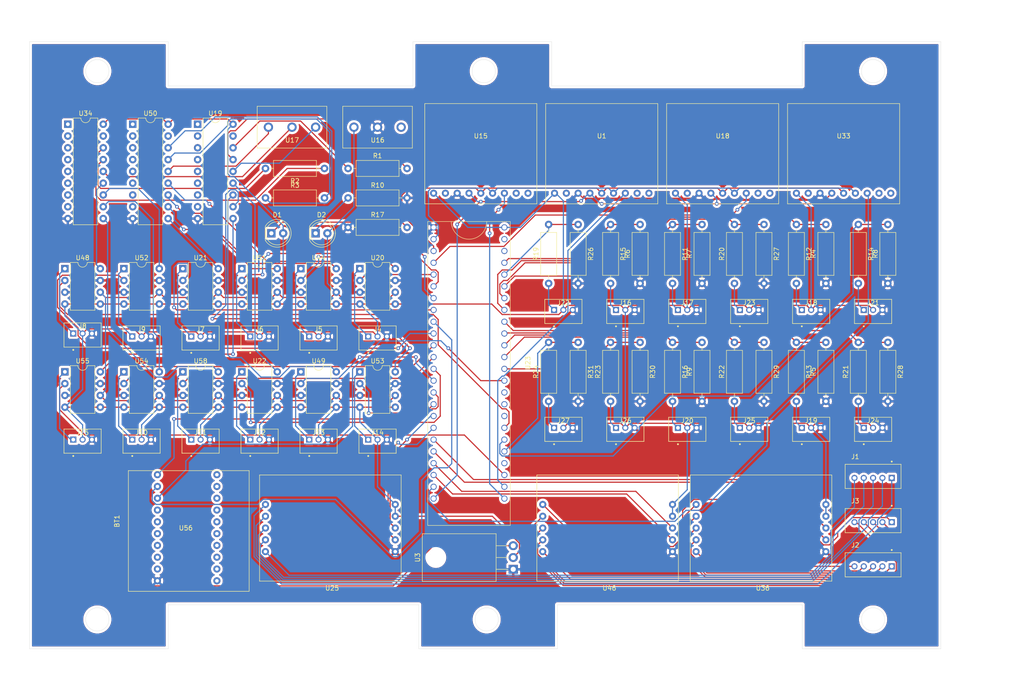
<source format=kicad_pcb>
(kicad_pcb (version 20211014) (generator pcbnew)
  (title_block (title "Test Stand PCB") (date "2021-07-01") (rev "v02") (company "Project Caelus") (comment 2 "creativecommons.org/license/by/4.0/") (comment 3 "License: CC BY 4.0") (comment 4 "Author: Eric Feng"))
  (layers (0 "F.Cu" signal) (31 "B.Cu" signal) (35 "F.Paste" user) (37 "F.SilkS" user "F.Silkscreen") (38 "B.Mask" user) (39 "F.Mask" user) (44 "Edge.Cuts" user))
  (net 0 "")
  (net 1 "GND1")
  (net 2 "Net-(BT1-Pad1)")
  (net 3 "Net-(J1-Pad1)")
  (net 4 "Net-(J1-Pad2)")
  (net 5 "Net-(J1-Pad3)")
  (net 6 "Net-(J1-Pad4)")
  (net 7 "Net-(J1-Pad5)")
  (net 8 "Net-(J2-Pad1)")
  (net 9 "Net-(J2-Pad2)")
  (net 10 "Net-(J2-Pad3)")
  (net 11 "Net-(J2-Pad4)")
  (net 12 "Net-(J2-Pad5)")
  (net 13 "Net-(J3-Pad1)")
  (net 14 "Net-(J3-Pad2)")
  (net 15 "Net-(J3-Pad3)")
  (net 16 "Net-(J3-Pad4)")
  (net 17 "Net-(J3-Pad5)")
  (net 18 "Net-(R1-Pad2)")
  (net 19 "Net-(R1-Pad1)")
  (net 20 "Net-(R2-Pad2)")
  (net 21 "Net-(R2-Pad1)")
  (net 22 "Net-(R3-Pad2)")
  (net 23 "Net-(R3-Pad1)")
  (net 24 "Net-(R12-Pad1)")
  (net 25 "Net-(R13-Pad1)")
  (net 26 "Net-(R15-Pad1)")
  (net 27 "Net-(R11-Pad1)")
  (net 28 "Net-(R14-Pad1)")
  (net 29 "Net-(R16-Pad1)")
  (net 30 "Net-(R19-Pad2)")
  (net 31 "Net-(R20-Pad2)")
  (net 32 "Net-(R21-Pad2)")
  (net 33 "Net-(R22-Pad2)")
  (net 34 "Net-(R23-Pad2)")
  (net 35 "Net-(R24-Pad2)")
  (net 36 "+5V")
  (net 37 "1")
  (net 38 "14")
  (net 39 "13")
  (net 40 "51")
  (net 41 "40")
  (net 42 "41")
  (net 43 "42")
  (net 44 "43")
  (net 45 "44")
  (net 46 "45")
  (net 47 "53")
  (net 48 "54")
  (net 49 "48")
  (net 50 "46")
  (net 51 "47")
  (net 52 "49")
  (net 53 "50")
  (net 54 "52")
  (net 55 "27")
  (net 56 "26")
  (net 57 "25")
  (net 58 "15")
  (net 59 "36")
  (net 60 "37")
  (net 61 "38")
  (net 62 "39")
  (net 63 "28")
  (net 64 "3")
  (net 65 "31")
  (net 66 "6")
  (net 67 "11")
  (net 68 "8")
  (net 69 "7")
  (net 70 "58")
  (net 71 "4")
  (net 72 "5")
  (net 73 "61")
  (net 74 "60")
  (net 75 "9")
  (net 76 "10")
  (net 77 "12")
  (net 78 "3.3")
  (net 79 "57")
  (net 80 "16")
  (net 81 "17")
  (net 82 "18")
  (net 83 "19")
  (net 84 "20")
  (net 85 "21")
  (net 86 "2")
  (net 87 "32")
  (net 88 "33")
  (net 89 "34")
  (net 90 "35")
  (net 91 "29")
  (net 92 "30")
  (net 93 "Net-(J16-Pad1)")
  (net 94 "Net-(J17-Pad1)")
  (net 95 "Net-(J18-Pad1)")
  (net 96 "Net-(J19-Pad1)")
  (net 97 "Net-(J20-Pad1)")
  (net 98 "Net-(J21-Pad1)")
  (net 99 "Net-(J22-Pad1)")
  (net 100 "Net-(J23-Pad1)")
  (net 101 "Net-(J24-Pad1)")
  (net 102 "Net-(J25-Pad1)")
  (net 103 "Net-(J26-Pad1)")
  (net 104 "Net-(J27-Pad1)")
  (net 105 "Net-(D1-Pad1)")
  (net 106 "Net-(D2-Pad1)")
  (footprint "Launchbox:TE_1735446-5" (layer "F.Cu") (at 229.235 124.46)
    (fp_text reference "J3")
    (fp_text value "440055-5")
  )
  (footprint "Launchbox:TE_1735446-3" (layer "F.Cu") (at 109.855 84.455 180)
    (fp_text reference "J5")
    (fp_text value "440055-3")
  )
  (footprint "Launchbox:TE_1735446-3" (layer "F.Cu") (at 97.155 106.68 180)
    (fp_text reference "J12")
    (fp_text value "440055-3")
  )
  (footprint "Launchbox:TE_1735446-3" (layer "F.Cu") (at 109.855 106.68 180)
    (fp_text reference "J13")
    (fp_text value "440055-3")
  )
  (footprint "Resistor_THT:R_Axial_DIN0309_L9.0mm_D3.2mm_P12.70mm_Horizontal" (layer "F.Cu") (at 98.425 54.61)
    (fp_text reference "R3")
    (fp_text value "R_US")
  )
  (footprint "Resistor_THT:R_Axial_DIN0309_L9.0mm_D3.2mm_P12.70mm_Horizontal" (layer "F.Cu") (at 205.74 85.725 -90)
    (fp_text reference "R29")
    (fp_text value "R_US")
  )
  (footprint "Launchbox:MAX31856" (layer "F.Cu") (at 170.815 45.085)
    (fp_text reference "U1")
    (fp_text value "MAX31856")
  )
  (footprint "Launchbox:MAX31856" (layer "F.Cu") (at 144.78 45.085)
    (fp_text reference "U15")
    (fp_text value "MAX31856")
  )
  (footprint "Launchbox:MAX31856" (layer "F.Cu") (at 196.85 45.085)
    (fp_text reference "U18")
    (fp_text value "MAX31856")
  )
  (footprint "Launchbox:MAX31856" (layer "F.Cu") (at 222.885 45.085)
    (fp_text reference "U33")
    (fp_text value "MAX31856")
  )
  (footprint "Package_DIP:DIP-18_W7.62mm" (layer "F.Cu") (at 69.85 38.735)
    (fp_text reference "U50")
    (fp_text value "Launchbox_HT12D")
  )
  (footprint "Package_DIP:DIP-8_W7.62mm" (layer "F.Cu") (at 67.945 69.85)
    (fp_text reference "U52")
    (fp_text value "SPDT_IC")
  )
  (footprint "Package_DIP:DIP-18_W7.62mm" (layer "F.Cu") (at 83.82 38.735)
    (fp_text reference "U19")
    (fp_text value "Launchbox_HT12D")
  )
  (footprint "Package_DIP:DIP-8_W7.62mm" (layer "F.Cu") (at 55.245 69.85)
    (fp_text reference "U48")
    (fp_text value "SPDT_IC")
  )
  (footprint "Package_DIP:DIP-8_W7.62mm" (layer "F.Cu") (at 80.645 92.075)
    (fp_text reference "U58")
    (fp_text value "SPDT_IC")
  )
  (footprint "Package_DIP:DIP-8_W7.62mm" (layer "F.Cu") (at 67.945 92.075)
    (fp_text reference "U54")
    (fp_text value "SPDT_IC")
  )
  (footprint "Package_DIP:DIP-8_W7.62mm" (layer "F.Cu") (at 93.345 69.85)
    (fp_text reference "U51")
    (fp_text value "SPDT_IC")
  )
  (footprint "Package_DIP:DIP-8_W7.62mm" (layer "F.Cu") (at 118.745 92.075)
    (fp_text reference "U53")
    (fp_text value "SPDT_IC")
  )
  (footprint "Package_DIP:DIP-8_W7.62mm" (layer "F.Cu") (at 80.645 69.85)
    (fp_text reference "U21")
    (fp_text value "SPDT_IC")
  )
  (footprint "Package_DIP:DIP-8_W7.62mm" (layer "F.Cu") (at 106.045 92.075)
    (fp_text reference "U49")
    (fp_text value "SPDT_IC")
  )
  (footprint "Package_DIP:DIP-8_W7.62mm" (layer "F.Cu") (at 93.345 92.075)
    (fp_text reference "U22")
    (fp_text value "SPDT_IC")
  )
  (footprint "Launchbox:ScrewTerminals" (layer "F.Cu") (at 104.14 39.37)
    (fp_text reference "U17")
    (fp_text value "SerialScrewTerminals")
  )
  (footprint "Resistor_THT:R_Axial_DIN0309_L9.0mm_D3.2mm_P12.70mm_Horizontal" (layer "F.Cu") (at 165.735 85.725 -90)
    (fp_text reference "R31")
    (fp_text value "R_US")
  )
  (footprint "Resistor_THT:R_Axial_DIN0309_L9.0mm_D3.2mm_P12.70mm_Horizontal" (layer "F.Cu") (at 172.72 98.425 90)
    (fp_text reference "R23")
    (fp_text value "R_US")
  )
  (footprint "Resistor_THT:R_Axial_DIN0309_L9.0mm_D3.2mm_P12.70mm_Horizontal" (layer "F.Cu") (at 111.125 48.26 180)
    (fp_text reference "R2")
    (fp_text value "R_US")
  )
  (footprint "Launchbox:TE_1735446-3" (layer "F.Cu") (at 162.56 104.14 180)
    (fp_text reference "J27")
    (fp_text value "440055-3")
  )
  (footprint "Launchbox:TE_1735446-3" (layer "F.Cu") (at 202.565 104.14 180)
    (fp_text reference "J25")
    (fp_text value "440055-3")
  )
  (footprint "Launchbox:TE_1735446-3" (layer "F.Cu") (at 71.755 84.455 180)
    (fp_text reference "J9")
    (fp_text value "440055-3")
  )
  (footprint "Launchbox:TE_1735446-3" (layer "F.Cu") (at 84.455 84.455 180)
    (fp_text reference "J7")
    (fp_text value "440055-3")
  )
  (footprint "Launchbox:TE_1735446-3" (layer "F.Cu") (at 97.155 84.455 180)
    (fp_text reference "J6")
    (fp_text value "440055-3")
  )
  (footprint "Launchbox:TE_1735446-3" (layer "F.Cu") (at 122.555 84.455 180)
    (fp_text reference "J4")
    (fp_text value "440055-3")
  )
  (footprint "Launchbox:TE_1735446-3" (layer "F.Cu") (at 59.055 83.82 180)
    (fp_text reference "J8")
    (fp_text value "440055-3")
  )
  (footprint "Launchbox:TE_1735446-3" (layer "F.Cu") (at 122.555 106.68 180)
    (fp_text reference "J14")
    (fp_text value "440055-3")
  )
  (footprint "Launchbox:TE_1735446-3" (layer "F.Cu") (at 71.755 106.68 180)
    (fp_text reference "J10")
    (fp_text value "440055-3")
  )
  (footprint "Resistor_THT:R_Axial_DIN0309_L9.0mm_D3.2mm_P12.70mm_Horizontal" (layer "F.Cu") (at 219.075 98.425 90)
    (fp_text reference "R5")
    (fp_text value "R_US")
  )
  (footprint "Resistor_THT:R_Axial_DIN0309_L9.0mm_D3.2mm_P12.70mm_Horizontal" (layer "F.Cu") (at 186.055 85.725 -90)
    (fp_text reference "R16")
    (fp_text value "R_US")
  )
  (footprint "Resistor_THT:R_Axial_DIN0309_L9.0mm_D3.2mm_P12.70mm_Horizontal" (layer "F.Cu") (at 192.405 98.425 90)
    (fp_text reference "R9")
    (fp_text value "R_US")
  )
  (footprint "Launchbox:TE_1735446-3" (layer "F.Cu") (at 189.23 104.14 180)
    (fp_text reference "J20")
    (fp_text value "440055-3")
  )
  (footprint "Resistor_THT:R_Axial_DIN0309_L9.0mm_D3.2mm_P12.70mm_Horizontal" (layer "F.Cu") (at 199.39 98.425 90)
    (fp_text reference "R22")
    (fp_text value "R_US")
  )
  (footprint "Resistor_THT:R_Axial_DIN0309_L9.0mm_D3.2mm_P12.70mm_Horizontal" (layer "F.Cu") (at 179.07 85.725 -90)
    (fp_text reference "R30")
    (fp_text value "R_US")
  )
  (footprint "Resistor_THT:R_Axial_DIN0309_L9.0mm_D3.2mm_P12.70mm_Horizontal" (layer "F.Cu") (at 232.41 85.725 -90)
    (fp_text reference "R28")
    (fp_text value "R_US")
  )
  (footprint "Resistor_THT:R_Axial_DIN0309_L9.0mm_D3.2mm_P12.70mm_Horizontal" (layer "F.Cu") (at 226.06 98.425 90)
    (fp_text reference "R21")
    (fp_text value "R_US")
  )
  (footprint "Resistor_THT:R_Axial_DIN0309_L9.0mm_D3.2mm_P12.70mm_Horizontal" (layer "F.Cu") (at 212.725 85.725 -90)
    (fp_text reference "R13")
    (fp_text value "R_US")
  )
  (footprint "Launchbox:TE_1735446-3" (layer "F.Cu") (at 229.235 104.14 180)
    (fp_text reference "J24")
    (fp_text value "440055-3")
  )
  (footprint "Launchbox:TE_1735446-3" (layer "F.Cu") (at 215.9 104.14 180)
    (fp_text reference "J19")
    (fp_text value "440055-3")
  )
  (footprint "Launchbox:LoadCellAmp" (layer "F.Cu") (at 172.085 125.73)
    (fp_text reference "U46")
    (fp_text value "LoadCellAmp")
  )
  (footprint "Launchbox:LoadCellAmp" (layer "F.Cu") (at 112.395 125.73)
    (fp_text reference "U25")
    (fp_text value "LoadCellAmp")
  )
  (footprint "Launchbox:LoadCellAmp" (layer "F.Cu") (at 205.105 125.73)
    (fp_text reference "U36")
    (fp_text value "LoadCellAmp")
  )
  (footprint "Launchbox:TE_1735446-5" (layer "F.Cu") (at 229.235 133.985)
    (fp_text reference "J2")
    (fp_text value "440055-5")
  )
  (footprint "Package_DIP:DIP-18_W7.62mm" (layer "F.Cu") (at 55.88 38.735)
    (fp_text reference "U34")
    (fp_text value "Launchbox_HT12D")
  )
  (footprint "Package_TO_SOT_THT:TO-220-3_Horizontal_TabDown" (layer "F.Cu") (at 151.765 134.62 90)
    (fp_text reference "U3")
    (fp_text value "L7805")
  )
  (footprint "Launchbox:Lipo_Battery_Connector" (layer "F.Cu") (at 59.69 124.46 90)
    (fp_text reference "BT1")
    (fp_text value "Battery_Cell")
  )
  (footprint "Resistor_THT:R_Axial_DIN0309_L9.0mm_D3.2mm_P12.70mm_Horizontal" (layer "F.Cu") (at 116.205 48.26)
    (fp_text reference "R1")
    (fp_text value "R_US")
  )
  (footprint "Launchbox:TE_1735446-5" (layer "F.Cu") (at 229.235 114.935)
    (fp_text reference "J1")
    (fp_text value "440055-5")
  )
  (footprint "Launchbox:TE_1735446-3" (layer "F.Cu") (at 175.895 104.14 180)
    (fp_text reference "J26")
    (fp_text value "440055-3")
  )
  (footprint "Launchbox:TE_1735446-3" (layer "F.Cu") (at 84.455 106.68 180)
    (fp_text reference "J11")
    (fp_text value "440055-3")
  )
  (footprint "Package_DIP:DIP-8_W7.62mm" (layer "F.Cu") (at 118.745 69.85)
    (fp_text reference "U20")
    (fp_text value "SPDT_IC")
  )
  (footprint "Package_DIP:DIP-8_W7.62mm" (layer "F.Cu") (at 106.045 69.85)
    (fp_text reference "U44")
    (fp_text value "SPDT_IC")
  )
  (footprint "Launchbox:TE_1735446-3" (layer "F.Cu") (at 162.56 78.74 180)
    (fp_text reference "J22")
    (fp_text value "440055-3")
  )
  (footprint "Launchbox:TE_1735446-3" (layer "F.Cu") (at 229.235 78.74 180)
    (fp_text reference "J21")
    (fp_text value "440055-3")
  )
  (footprint "Launchbox:TE_1735446-3" (layer "F.Cu") (at 215.9 78.74 180)
    (fp_text reference "J18")
    (fp_text value "440055-3")
  )
  (footprint "Launchbox:TE_1735446-3" (layer "F.Cu") (at 175.895 78.74 180)
    (fp_text reference "J16")
    (fp_text value "440055-3")
  )
  (footprint "Launchbox:TE_1735446-3" (layer "F.Cu") (at 202.565 78.74 180)
    (fp_text reference "J23")
    (fp_text value "440055-3")
  )
  (footprint "Resistor_THT:R_Axial_DIN0309_L9.0mm_D3.2mm_P12.70mm_Horizontal" (layer "F.Cu") (at 212.725 60.325 -90)
    (fp_text reference "R12")
    (fp_text value "R_US")
  )
  (footprint "Resistor_THT:R_Axial_DIN0309_L9.0mm_D3.2mm_P12.70mm_Horizontal" (layer "F.Cu") (at 186.055 60.325 -90)
    (fp_text reference "R11")
    (fp_text value "R_US")
  )
  (footprint "Resistor_THT:R_Axial_DIN0309_L9.0mm_D3.2mm_P12.70mm_Horizontal" (layer "F.Cu") (at 179.07 73.025 90)
    (fp_text reference "R6")
    (fp_text value "R_US")
  )
  (footprint "Resistor_THT:R_Axial_DIN0309_L9.0mm_D3.2mm_P12.70mm_Horizontal" (layer "F.Cu") (at 232.41 73.025 90)
    (fp_text reference "R8")
    (fp_text value "R_US")
  )
  (footprint "Resistor_THT:R_Axial_DIN0309_L9.0mm_D3.2mm_P12.70mm_Horizontal" (layer "F.Cu") (at 219.075 73.025 90)
    (fp_text reference "R4")
    (fp_text value "R_US")
  )
  (footprint "Resistor_THT:R_Axial_DIN0309_L9.0mm_D3.2mm_P12.70mm_Horizontal" (layer "F.Cu") (at 226.06 60.325 -90)
    (fp_text reference "R14")
    (fp_text value "R_US")
  )
  (footprint "Resistor_THT:R_Axial_DIN0309_L9.0mm_D3.2mm_P12.70mm_Horizontal" (layer "F.Cu") (at 199.39 73.025 90)
    (fp_text reference "R20")
    (fp_text value "R_US")
  )
  (footprint "Resistor_THT:R_Axial_DIN0309_L9.0mm_D3.2mm_P12.70mm_Horizontal" (layer "F.Cu") (at 172.72 60.325 -90)
    (fp_text reference "R15")
    (fp_text value "R_US")
  )
  (footprint "Resistor_THT:R_Axial_DIN0309_L9.0mm_D3.2mm_P12.70mm_Horizontal" (layer "F.Cu") (at 165.735 60.325 -90)
    (fp_text reference "R26")
    (fp_text value "R_US")
  )
  (footprint "Resistor_THT:R_Axial_DIN0309_L9.0mm_D3.2mm_P12.70mm_Horizontal" (layer "F.Cu") (at 205.74 60.325 -90)
    (fp_text reference "R27")
    (fp_text value "R_US")
  )
  (footprint "Resistor_THT:R_Axial_DIN0309_L9.0mm_D3.2mm_P12.70mm_Horizontal" (layer "F.Cu") (at 159.385 73.025 90)
    (fp_text reference "R19")
    (fp_text value "R_US")
  )
  (footprint "Resistor_THT:R_Axial_DIN0309_L9.0mm_D3.2mm_P12.70mm_Horizontal" (layer "F.Cu") (at 159.385 98.425 90)
    (fp_text reference "R24")
    (fp_text value "R_US")
  )
  (footprint "Launchbox:Xbee_Breakout" (layer "F.Cu") (at 81.915 126.365 180)
    (fp_text reference "U56")
    (fp_text value "XBee_Breakout")
  )
  (footprint "Launchbox:TE_1735446-3" (layer "F.Cu") (at 59.055 106.68 180)
    (fp_text reference "J15")
    (fp_text value "440055-3")
  )
  (footprint "Package_DIP:DIP-8_W7.62mm" (layer "F.Cu") (at 55.245 92.075)
    (fp_text reference "U55")
    (fp_text value "SPDT_IC")
  )
  (footprint "Launchbox:TE_1735446-3" (layer "F.Cu") (at 189.23 78.74 180)
    (fp_text reference "J17")
    (fp_text value "440055-3")
  )
  (footprint "Resistor_THT:R_Axial_DIN0309_L9.0mm_D3.2mm_P12.70mm_Horizontal" (layer "F.Cu") (at 192.405 73.025 90)
    (fp_text reference "R7")
    (fp_text value "R_US")
  )
  (footprint "Launchbox:Teensy 3.6" (layer "F.Cu") (at 142.24 90.17 90)
    (fp_text reference "U23")
    (fp_text value "Teensy3.6")
  )
  (footprint "Launchbox:ScrewTerminals" (layer "F.Cu") (at 122.555 39.37)
    (fp_text reference "U16")
    (fp_text value "SerialScrewTerminals")
  )
  (footprint "LED_THT:LED_D5.0mm" (layer "F.Cu") (at 99.695 62.23)
    (fp_text reference "D1")
    (fp_text value "LED")
  )
  (footprint "LED_THT:LED_D5.0mm" (layer "F.Cu") (at 109.22 62.23)
    (fp_text reference "D2")
    (fp_text value "LED")
  )
  (footprint "Resistor_THT:R_Axial_DIN0309_L9.0mm_D3.2mm_P12.70mm_Horizontal" (layer "F.Cu") (at 116.205 54.61)
    (fp_text reference "R10")
    (fp_text value "R")
  )
  (footprint "Resistor_THT:R_Axial_DIN0309_L9.0mm_D3.2mm_P12.70mm_Horizontal" (layer "F.Cu") (at 116.205 60.96)
    (fp_text reference "R17")
    (fp_text value "R")
  )
  (gr_line (start 77.47 151.765) (end 47.625 151.765) (layer "Edge.Cuts") (width 0.05))
  (gr_line (start 213.995 151.765) (end 243.84 151.765) (layer "Edge.Cuts") (width 0.05))
  (gr_circle (center 229.235 145.415) (end 231.735 145.415) (layer "Edge.Cuts") (width 0.05) (fill none))
  (gr_circle (center 62.23 27.305) (end 59.73 27.305) (layer "Edge.Cuts") (width 0.05) (fill none))
  (gr_circle (center 145.415 27.305) (end 142.915 27.305) (layer "Edge.Cuts") (width 0.05) (fill none))
  (gr_circle (center 229.235 27.305) (end 226.735 27.305) (layer "Edge.Cuts") (width 0.05) (fill none))
  (gr_line (start 77.47 30.48) (end 77.47 20.955) (layer "Edge.Cuts") (width 0.05))
  (gr_line (start 77.47 20.955) (end 47.625 20.955) (layer "Edge.Cuts") (width 0.05))
  (gr_line (start 160.02 20.955) (end 160.02 30.48) (layer "Edge.Cuts") (width 0.05))
  (gr_line (start 130.175 30.48) (end 77.47 30.48) (layer "Edge.Cuts") (width 0.05))
  (gr_line (start 160.02 30.48) (end 213.995 30.48) (layer "Edge.Cuts") (width 0.05))
  (gr_line (start 130.175 20.955) (end 130.175 30.48) (layer "Edge.Cuts") (width 0.05))
  (gr_line (start 145.415 20.955) (end 160.02 20.955) (layer "Edge.Cuts") (width 0.05))
  (gr_line (start 213.995 30.48) (end 213.995 20.955) (layer "Edge.Cuts") (width 0.05))
  (gr_line (start 213.995 20.955) (end 243.84 20.955) (layer "Edge.Cuts") (width 0.05))
  (gr_line (start 145.415 20.955) (end 130.175 20.955) (layer "Edge.Cuts") (width 0.05))
  (gr_line (start 161.29 142.24) (end 213.995 142.24) (layer "Edge.Cuts") (width 0.05))
  (gr_line (start 131.445 151.765) (end 131.445 142.24) (layer "Edge.Cuts") (width 0.05))
  (gr_circle (center 62.23 145.415) (end 64.73 145.415) (layer "Edge.Cuts") (width 0.05) (fill none))
  (gr_line (start 47.625 20.955) (end 47.625 151.765) (layer "Edge.Cuts") (width 0.05))
  (gr_line (start 131.445 142.24) (end 77.47 142.24) (layer "Edge.Cuts") (width 0.05))
  (gr_line (start 77.47 142.24) (end 77.47 151.765) (layer "Edge.Cuts") (width 0.05))
  (gr_line (start 243.84 151.765) (end 243.84 20.955) (layer "Edge.Cuts") (width 0.05))
  (gr_line (start 213.995 142.24) (end 213.995 151.765) (layer "Edge.Cuts") (width 0.05))
  (gr_line (start 146.05 151.765) (end 131.445 151.765) (layer "Edge.Cuts") (width 0.05))
  (gr_line (start 146.05 151.765) (end 161.29 151.765) (layer "Edge.Cuts") (width 0.05))
  (gr_line (start 161.29 151.765) (end 161.29 142.24) (layer "Edge.Cuts") (width 0.05))
  (gr_circle (center 146.05 145.415) (end 148.55 145.415) (layer "Edge.Cuts") (width 0.05) (fill none))
  (segment (start 166.822001 54.681001) (end 190.682999 54.681001) (width 0.25) (layer "F.Cu") (net 1))
  (segment (start 110.882999 85.434001) (end 100.141001 85.434001) (width 0.25) (layer "F.Cu") (net 1))
  (segment (start 190.682999 54.681001) (end 191.77 53.594) (width 0.25) (layer "F.Cu") (net 1))
  (segment (start 99.162 84.455) (end 98.182999 85.434001) (width 0.25) (layer "F.Cu") (net 1))
  (segment (start 62.865 94.615) (end 65.405 94.615) (width 0.25) (layer "F.Cu") (net 1))
  (segment (start 87.441001 85.434001) (end 86.462 84.455) (width 0.25) (layer "F.Cu") (net 1))
  (segment (start 165.735 53.594) (end 166.822001 54.681001) (width 0.25) (layer "F.Cu") (net 1))
  (segment (start 124.562 84.455) (end 123.582999 85.434001) (width 0.25) (layer "F.Cu") (net 1))
  (segment (start 123.582999 85.434001) (end 112.841001 85.434001) (width 0.25) (layer "F.Cu") (net 1))
  (segment (start 112.841001 85.434001) (end 111.862 84.455) (width 0.25) (layer "F.Cu") (net 1))
  (segment (start 98.182999 85.434001) (end 87.441001 85.434001) (width 0.25) (layer "F.Cu") (net 1))
  (segment (start 100.141001 85.434001) (end 99.162 84.455) (width 0.25) (layer "F.Cu") (net 1))
  (segment (start 111.862 84.455) (end 110.882999 85.434001) (width 0.25) (layer "F.Cu") (net 1))
  (segment (start 165.735 73.025) (end 165.735 77.572) (width 0.25) (layer "B.Cu") (net 1))
  (segment (start 125.239999 95.740001) (end 125.239999 106.002001) (width 0.25) (layer "B.Cu") (net 1))
  (segment (start 191.008001 54.355999) (end 191.008001 71.628001) (width 0.25) (layer "B.Cu") (net 1))
  (segment (start 126.365 94.615) (end 125.239999 95.740001) (width 0.25) (layer "B.Cu") (net 1))
  (segment (start 125.239999 106.002001) (end 124.562 106.68) (width 0.25) (layer "B.Cu") (net 1))
  (segment (start 191.008001 71.628001) (end 192.405 73.025) (width 0.25) (layer "B.Cu") (net 1))
  (segment (start 165.735 77.572) (end 164.567 78.74) (width 0.25) (layer "B.Cu") (net 1))
  (segment (start 191.77 53.594) (end 191.008001 54.355999) (width 0.25) (layer "B.Cu") (net 1))
  (segment (start 65.792821 138.182821) (end 59.69 132.08) (width 0.25) (layer "F.Cu") (net 2))
  (segment (start 134.573998 129.54) (end 125.931177 138.182821) (width 0.25) (layer "F.Cu") (net 2))
  (segment (start 125.931177 138.182821) (end 65.792821 138.182821) (width 0.25) (layer "F.Cu") (net 2))
  (segment (start 151.765 129.54) (end 134.573998 129.54) (width 0.25) (layer "F.Cu") (net 2))
  (segment (start 230.214001 123.990079) (end 230.214001 124.929921) (width 0.25) (layer "B.Cu") (net 3))
  (segment (start 233.248 114.935) (end 233.248 120.95608) (width 0.25) (layer "B.Cu") (net 3))
  (segment (start 230.214001 124.929921) (end 217.348922 137.795) (width 0.25) (layer "B.Cu") (net 3))
  (segment (start 233.248 120.95608) (end 230.214001 123.990079) (width 0.25) (layer "B.Cu") (net 3))
  (segment (start 95.97797 123.09703) (end 98.425 120.65) (width 0.25) (layer "B.Cu") (net 3))
  (segment (start 95.97797 131.890962) (end 95.97797 123.09703) (width 0.25) (layer "B.Cu") (net 3))
  (segment (start 101.882008 137.795) (end 95.97797 131.890962) (width 0.25) (layer "B.Cu") (net 3))
  (segment (start 217.348922 137.795) (end 101.882008 137.795) (width 0.25) (layer "B.Cu") (net 3))
  (segment (start 231.242 120.95508) (end 231.242 114.935) (width 0.25) (layer "B.Cu") (net 4))
  (segment (start 101.970948 137.247528) (end 216.155463 137.247529) (width 0.25) (layer "B.Cu") (net 4))
  (segment (start 228.207001 125.195991) (end 228.207001 123.990079) (width 0.25) (layer "B.Cu") (net 4))
  (segment (start 216.155463 137.247529) (end 228.207001 125.195991) (width 0.25) (layer "B.Cu") (net 4))
  (segment (start 96.42798 125.18702) (end 96.42798 131.704562) (width 0.25) (layer "B.Cu") (net 4))
  (segment (start 98.425 123.19) (end 96.42798 125.18702) (width 0.25) (layer "B.Cu") (net 4))
  (segment (start 228.207001 123.990079) (end 231.242 120.95508) (width 0.25) (layer "B.Cu") (net 4))
  (segment (start 96.42798 131.704562) (end 101.970948 137.247528) (width 0.25) (layer "B.Cu") (net 4))
  (segment (start 229.235 120.95608) (end 226.201001 123.990079) (width 0.25) (layer "B.Cu") (net 5))
  (segment (start 229.235 114.935) (end 229.235 120.95608) (width 0.25) (layer "B.Cu") (net 5))
  (segment (start 215.969062 136.79752) (end 102.157347 136.797519) (width 0.25) (layer "B.Cu") (net 5))
  (segment (start 226.201001 126.565581) (end 215.969062 136.79752) (width 0.25) (layer "B.Cu") (net 5))
  (segment (start 102.157347 136.797519) (end 96.877989 131.518161) (width 0.25) (layer "B.Cu") (net 5))
  (segment (start 96.877989 127.277011) (end 98.425 125.73) (width 0.25) (layer "B.Cu") (net 5))
  (segment (start 96.877989 131.518161) (end 96.877989 127.277011) (width 0.25) (layer "B.Cu") (net 5))
  (segment (start 226.201001 123.990079) (end 226.201001 126.565581) (width 0.25) (layer "B.Cu") (net 5))
  (segment (start 102.343748 136.34751) (end 97.327999 131.331761) (width 0.25) (layer "B.Cu") (net 6))
  (segment (start 220.612011 127.621067) (end 220.61201 131.518162) (width 0.25) (layer "B.Cu") (net 6))
  (segment (start 227.228 121.005078) (end 220.612011 127.621067) (width 0.25) (layer "B.Cu") (net 6))
  (segment (start 215.782662 136.34751) (end 102.343748 136.34751) (width 0.25) (layer "B.Cu") (net 6))
  (segment (start 97.327999 129.367001) (end 98.425 128.27) (width 0.25) (layer "B.Cu") (net 6))
  (segment (start 97.327999 131.331761) (end 97.327999 129.367001) (width 0.25) (layer "B.Cu") (net 6))
  (segment (start 220.61201 131.518162) (end 215.782662 136.34751) (width 0.25) (layer "B.Cu") (net 6))
  (segment (start 227.228 114.935) (end 227.228 121.005078) (width 0.25) (layer "B.Cu") (net 6))
  (segment (start 220.162001 131.331761) (end 215.596261 135.897501) (width 0.25) (layer "B.Cu") (net 7))
  (segment (start 103.502501 135.897501) (end 98.415 130.81) (width 0.25) (layer "B.Cu") (net 7))
  (segment (start 220.162001 126.251761) (end 220.162001 131.331761) (width 0.25) (layer "B.Cu") (net 7))
  (segment (start 225.222 121.191762) (end 220.162001 126.251761) (width 0.25) (layer "B.Cu") (net 7))
  (segment (start 225.222 114.935) (end 225.222 121.191762) (width 0.25) (layer "B.Cu") (net 7))
  (segment (start 215.596261 135.897501) (end 103.502501 135.897501) (width 0.25) (layer "B.Cu") (net 7))
  (segment (start 193.111036 136.314028) (end 188.687969 131.890961) (width 0.25) (layer "F.Cu") (net 8))
  (segment (start 230.918972 136.314028) (end 193.111036 136.314028) (width 0.25) (layer "F.Cu") (net 8))
  (segment (start 188.687969 123.097031) (end 191.135 120.65) (width 0.25) (layer "F.Cu") (net 8))
  (segment (start 188.687969 131.890961) (end 188.687969 123.097031) (width 0.25) (layer "F.Cu") (net 8))
  (segment (start 233.248 133.985) (end 230.918972 136.314028) (width 0.25) (layer "F.Cu") (net 8))
  (segment (start 193.297437 135.864019) (end 189.137979 131.704561) (width 0.25) (layer "F.Cu") (net 9))
  (segment (start 189.137979 131.704561) (end 189.137979 125.187021) (width 0.25) (layer "F.Cu") (net 9))
  (segment (start 229.362981 135.864019) (end 193.297437 135.864019) (width 0.25) (layer "F.Cu") (net 9))
  (segment (start 189.137979 125.187021) (end 191.135 123.19) (width 0.25) (layer "F.Cu") (net 9))
  (segment (start 231.242 133.985) (end 229.362981 135.864019) (width 0.25) (layer "F.Cu") (net 9))
  (segment (start 189.587989 127.277011) (end 191.135 125.73) (width 0.25) (layer "F.Cu") (net 10))
  (segment (start 229.235 133.985) (end 227.805989 135.414011) (width 0.25) (layer "F.Cu") (net 10))
  (segment (start 227.805989 135.414011) (end 193.483838 135.41401) (width 0.25) (layer "F.Cu") (net 10))
  (segment (start 189.587989 131.518161) (end 189.587989 127.277011) (width 0.25) (layer "F.Cu") (net 10))
  (segment (start 193.483838 135.41401) (end 189.587989 131.518161) (width 0.25) (layer "F.Cu") (net 10))
  (segment (start 227.228 133.985) (end 226.248999 134.964001) (width 0.25) (layer "F.Cu") (net 11))
  (segment (start 190.037999 129.367001) (end 191.135 128.27) (width 0.25) (layer "F.Cu") (net 11))
  (segment (start 193.670239 134.964001) (end 190.037999 131.331761) (width 0.25) (layer "F.Cu") (net 11))
  (segment (start 190.037999 131.331761) (end 190.037999 129.367001) (width 0.25) (layer "F.Cu") (net 11))
  (segment (start 226.248999 134.964001) (end 193.670239 134.964001) (width 0.25) (layer "F.Cu") (net 11))
  (segment (start 194.3 133.985) (end 191.125 130.81) (width 0.25) (layer "F.Cu") (net 12))
  (segment (start 225.222 133.985) (end 194.3 133.985) (width 0.25) (layer "F.Cu") (net 12))
  (segment (start 158.115 120.65) (end 167.187999 129.722999) (width 0.25) (layer "F.Cu") (net 13))
  (segment (start 186.210763 129.722999) (end 188.237959 127.695803) (width 0.25) (layer "F.Cu") (net 13))
  (segment (start 224.752079 123.480999) (end 232.268999 123.480999) (width 0.25) (layer "F.Cu") (net 13))
  (segment (start 190.613239 119.562999) (end 208.759237 119.562999) (width 0.25) (layer "F.Cu") (net 13))
  (segment (start 221.615 126.618078) (end 224.752079 123.480999) (width 0.25) (layer "F.Cu") (net 13))
  (segment (start 218.553239 129.357001) (end 219.815919 129.357001) (width 0.25) (layer "F.Cu") (net 13))
  (segment (start 167.187999 129.722999) (end 186.210763 129.722999) (width 0.25) (layer "F.Cu") (net 13))
  (segment (start 219.815919 129.357001) (end 221.615 127.55792) (width 0.25) (layer "F.Cu") (net 13))
  (segment (start 208.759237 119.562999) (end 218.553239 129.357001) (width 0.25) (layer "F.Cu") (net 13))
  (segment (start 188.237959 127.695803) (end 188.237959 121.938279) (width 0.25) (layer "F.Cu") (net 13))
  (segment (start 221.615 127.55792) (end 221.615 126.618078) (width 0.25) (layer "F.Cu") (net 13))
  (segment (start 188.237959 121.938279) (end 190.613239 119.562999) (width 0.25) (layer "F.Cu") (net 13))
  (segment (start 232.268999 123.480999) (end 233.248 124.46) (width 0.25) (layer "F.Cu") (net 13))
  (segment (start 156.117979 131.704561) (end 156.117979 125.187021) (width 0.25) (layer "F.Cu") (net 14))
  (segment (start 232.921163 138.114067) (end 162.527484 138.114066) (width 0.25) (layer "F.Cu") (net 14))
  (segment (start 235.577028 135.458204) (end 232.921163 138.114067) (width 0.25) (layer "F.Cu") (net 14))
  (segment (start 231.242 124.46) (end 235.577029 128.795029) (width 0.25) (layer "F.Cu") (net 14))
  (segment (start 235.577029 128.795029) (end 235.577028 135.458204) (width 0.25) (layer "F.Cu") (net 14))
  (segment (start 156.117979 125.187021) (end 158.115 123.19) (width 0.25) (layer "F.Cu") (net 14))
  (segment (start 162.527484 138.114066) (end 156.117979 131.704561) (width 0.25) (layer "F.Cu") (net 14))
  (segment (start 156.567989 131.518161) (end 156.567989 127.277011) (width 0.25) (layer "F.Cu") (net 15))
  (segment (start 235.127019 130.352019) (end 235.127019 135.271803) (width 0.25) (layer "F.Cu") (net 15))
  (segment (start 235.127019 135.271803) (end 232.734764 137.664058) (width 0.25) (layer "F.Cu") (net 15))
  (segment (start 229.235 124.46) (end 235.127019 130.352019) (width 0.25) (layer "F.Cu") (net 15))
  (segment (start 232.734764 137.664058) (end 162.713885 137.664057) (width 0.25) (layer "F.Cu") (net 15))
  (segment (start 162.713885 137.664057) (end 156.567989 131.518161) (width 0.25) (layer "F.Cu") (net 15))
  (segment (start 156.567989 127.277011) (end 158.115 125.73) (width 0.25) (layer "F.Cu") (net 15))
  (segment (start 232.548364 137.214048) (end 162.900286 137.214048) (width 0.25) (layer "F.Cu") (net 16))
  (segment (start 234.677011 131.909011) (end 234.67701 135.085402) (width 0.25) (layer "F.Cu") (net 16))
  (segment (start 162.900286 137.214048) (end 157.017999 131.331761) (width 0.25) (layer "F.Cu") (net 16))
  (segment (start 234.67701 135.085402) (end 232.548364 137.214048) (width 0.25) (layer "F.Cu") (net 16))
  (segment (start 157.017999 129.367001) (end 158.115 128.27) (width 0.25) (layer "F.Cu") (net 16))
  (segment (start 157.017999 131.331761) (end 157.017999 129.367001) (width 0.25) (layer "F.Cu") (net 16))
  (segment (start 227.228 124.46) (end 234.677011 131.909011) (width 0.25) (layer "F.Cu") (net 16))
  (segment (start 234.227001 133.070999) (end 234.227001 134.899001) (width 0.25) (layer "F.Cu") (net 17))
  (segment (start 164.059038 136.764038) (end 158.105 130.81) (width 0.25) (layer "F.Cu") (net 17))
  (segment (start 234.227001 134.899001) (end 232.361964 136.764038) (width 0.25) (layer "F.Cu") (net 17))
  (segment (start 225.616002 124.46) (end 234.227001 133.070999) (width 0.25) (layer "F.Cu") (net 17))
  (segment (start 225.222 124.46) (end 225.616002 124.46) (width 0.25) (layer "F.Cu") (net 17))
  (segment (start 232.361964 136.764038) (end 164.059038 136.764038) (width 0.25) (layer "F.Cu") (net 17))
  (segment (start 94.48501 37.59499) (end 91.930001 40.149999) (width 0.25) (layer "F.Cu") (net 18))
  (segment (start 118.23999 37.59499) (end 94.48501 37.59499) (width 0.25) (layer "F.Cu") (net 18))
  (segment (start 90.314999 40.734999) (end 90.314999 45.229999) (width 0.25) (layer "F.Cu") (net 18))
  (segment (start 128.905 48.26) (end 118.23999 37.59499) (width 0.25) (layer "F.Cu") (net 18))
  (segment (start 91.930001 40.149999) (end 90.899999 40.149999) (width 0.25) (layer "F.Cu") (net 18))
  (segment (start 90.899999 40.149999) (end 90.314999 40.734999) (width 0.25) (layer "F.Cu") (net 18))
  (segment (start 90.314999 45.229999) (end 91.44 46.355) (width 0.25) (layer "F.Cu") (net 18))
  (segment (start 97.210001 38.044999) (end 105.989999 38.044999) (width 0.25) (layer "F.Cu") (net 19))
  (segment (start 105.989999 38.044999) (end 116.205 48.26) (width 0.25) (layer "F.Cu") (net 19))
  (segment (start 91.44 43.815) (end 97.210001 38.044999) (width 0.25) (layer "F.Cu") (net 19))
  (segment (start 94.124999 52.560001) (end 98.425 48.26) (width 0.25) (layer "F.Cu") (net 20))
  (segment (start 62.959999 52.560001) (end 94.124999 52.560001) (width 0.25) (layer "F.Cu") (net 20))
  (segment (start 62.374999 47.480001) (end 62.374999 51.975001) (width 0.25) (layer "F.Cu") (net 20))
  (segment (start 63.5 46.355) (end 62.374999 47.480001) (width 0.25) (layer "F.Cu") (net 20))
  (segment (start 62.374999 51.975001) (end 62.959999 52.560001) (width 0.25) (layer "F.Cu") (net 20))
  (segment (start 63.5 43.815) (end 61.924989 45.390011) (width 0.25) (layer "F.Cu") (net 21))
  (segment (start 103.109998 48.26) (end 111.125 48.26) (width 0.25) (layer "F.Cu") (net 21))
  (segment (start 61.92499 54.064992) (end 62.959999 55.100001) (width 0.25) (layer "F.Cu") (net 21))
  (segment (start 96.269997 55.100001) (end 103.109998 48.26) (width 0.25) (layer "F.Cu") (net 21))
  (segment (start 62.959999 55.100001) (end 96.269997 55.100001) (width 0.25) (layer "F.Cu") (net 21))
  (segment (start 61.924989 45.390011) (end 61.92499 54.064992) (width 0.25) (layer "F.Cu") (net 21))
  (segment (start 78.884999 44.940001) (end 84.360001 44.940001) (width 0.25) (layer "B.Cu") (net 22))
  (segment (start 109.421001 37.609999) (end 112.250001 40.438999) (width 0.25) (layer "B.Cu") (net 22))
  (segment (start 112.250001 53.484999) (end 111.125 54.61) (width 0.25) (layer "B.Cu") (net 22))
  (segment (start 77.47 46.355) (end 78.884999 44.940001) (width 0.25) (layer "B.Cu") (net 22))
  (segment (start 90.899999 37.609999) (end 109.421001 37.609999) (width 0.25) (layer "B.Cu") (net 22))
  (segment (start 90.314999 38.985003) (end 90.314999 38.194999) (width 0.25) (layer "B.Cu") (net 22))
  (segment (start 90.314999 38.194999) (end 90.899999 37.609999) (width 0.25) (layer "B.Cu") (net 22))
  (segment (start 84.360001 44.940001) (end 90.314999 38.985003) (width 0.25) (layer "B.Cu") (net 22))
  (segment (start 112.250001 40.438999) (end 112.250001 53.484999) (width 0.25) (layer "B.Cu") (net 22))
  (segment (start 98.425 54.61) (end 99.550001 55.735001) (width 0.25) (layer "B.Cu") (net 23))
  (segment (start 111.665001 55.735001) (end 112.70001 54.699992) (width 0.25) (layer "B.Cu") (net 23))
  (segment (start 109.607401 37.159989) (end 87.580013 37.159989) (width 0.25) (layer "B.Cu") (net 23))
  (segment (start 112.70001 40.252598) (end 109.607401 37.159989) (width 0.25) (layer "B.Cu") (net 23))
  (segment (start 87.580013 37.159989) (end 84.590003 40.149999) (width 0.25) (layer "B.Cu") (net 23))
  (segment (start 112.70001 54.699992) (end 112.70001 40.252598) (width 0.25) (layer "B.Cu") (net 23))
  (segment (start 81.135001 40.149999) (end 77.47 43.815) (width 0.25) (layer "B.Cu") (net 23))
  (segment (start 99.550001 55.735001) (end 111.665001 55.735001) (width 0.25) (layer "B.Cu") (net 23))
  (segment (start 84.590003 40.149999) (end 81.135001 40.149999) (width 0.25) (layer "B.Cu") (net 23))
  (segment (start 212.725 60.325) (end 211.14999 58.74999) (width 0.25) (layer "F.Cu") (net 24))
  (segment (start 153.48501 68.12999) (end 151.480401 70.134599) (width 0.25) (layer "F.Cu") (net 24))
  (segment (start 219.075 60.325) (end 212.725 60.325) (width 0.25) (layer "F.Cu") (net 24))
  (segment (start 185.09001 58.74999) (end 175.71001 68.12999) (width 0.25) (layer "F.Cu") (net 24))
  (segment (start 149.387007 70.134599) (end 148.424589 71.097017) (width 0.25) (layer "F.Cu") (net 24))
  (segment (start 175.71001 68.12999) (end 153.48501 68.12999) (width 0.25) (layer "F.Cu") (net 24))
  (segment (start 151.480401 70.134599) (end 149.387007 70.134599) (width 0.25) (layer "F.Cu") (net 24))
  (segment (start 211.14999 58.74999) (end 185.09001 58.74999) (width 0.25) (layer "F.Cu") (net 24))
  (segment (start 148.424589 77.304589) (end 149.86 78.74) (width 0.25) (layer "F.Cu") (net 24))
  (segment (start 148.424589 71.097017) (end 148.424589 77.304589) (width 0.25) (layer "F.Cu") (net 24))
  (segment (start 210.69998 83.69998) (end 149.98002 83.69998) (width 0.25) (layer "F.Cu") (net 25))
  (segment (start 212.725 85.725) (end 219.075 85.725) (width 0.25) (layer "F.Cu") (net 25))
  (segment (start 212.725 85.725) (end 210.69998 83.69998) (width 0.25) (layer "F.Cu") (net 25))
  (segment (start 149.98002 83.69998) (end 149.86 83.82) (width 0.25) (layer "F.Cu") (net 25))
  (segment (start 149.86 68.58) (end 150.76002 67.67998) (width 0.25) (layer "F.Cu") (net 26))
  (segment (start 165.36502 67.67998) (end 172.72 60.325) (width 0.25) (layer "F.Cu") (net 26))
  (segment (start 150.76002 67.67998) (end 165.36502 67.67998) (width 0.25) (layer "F.Cu") (net 26))
  (segment (start 179.07 60.325) (end 172.72 60.325) (width 0.25) (layer "F.Cu") (net 26))
  (segment (start 149.86 73.66) (end 152.070011 71.449989) (width 0.25) (layer "F.Cu") (net 27))
  (segment (start 174.930011 71.449989) (end 186.055 60.325) (width 0.25) (layer "F.Cu") (net 27))
  (segment (start 192.405 60.325) (end 186.055 60.325) (width 0.25) (layer "F.Cu") (net 27))
  (segment (start 152.070011 71.449989) (end 174.930011 71.449989) (width 0.25) (layer "F.Cu") (net 27))
  (segment (start 232.41 60.325) (end 226.06 60.325) (width 0.25) (layer "F.Cu") (net 28))
  (segment (start 149.387007 110.205401) (end 148.874599 109.692993) (width 0.25) (layer "B.Cu") (net 28))
  (segment (start 173.285521 110.205401) (end 149.387007 110.205401) (width 0.25) (layer "B.Cu") (net 28))
  (segment (start 148.874599 107.665401) (end 149.86 106.68) (width 0.25) (layer "B.Cu") (net 28))
  (segment (start 178.881001 104.609921) (end 173.285521 110.205401) (width 0.25) (layer "B.Cu") (net 28))
  (segment (start 202.815003 97.299999) (end 185.514999 97.299999) (width 0.25) (layer "B.Cu") (net 28))
  (segment (start 185.514999 97.299999) (end 178.881001 103.933997) (width 0.25) (layer "B.Cu") (net 28))
  (segment (start 148.874599 109.692993) (end 148.874599 107.665401) (width 0.25) (layer "B.Cu") (net 28))
  (segment (start 178.881001 103.933997) (end 178.881001 104.609921) (width 0.25) (layer "B.Cu") (net 28))
  (segment (start 224.934999 61.450001) (end 224.934999 75.180003) (width 0.25) (layer "B.Cu") (net 28))
  (segment (start 226.06 60.325) (end 224.934999 61.450001) (width 0.25) (layer "B.Cu") (net 28))
  (segment (start 224.934999 75.180003) (end 202.815003 97.299999) (width 0.25) (layer "B.Cu") (net 28))
  (segment (start 186.055 85.725) (end 184.929999 84.599999) (width 0.25) (layer "F.Cu") (net 29))
  (segment (start 154.160001 84.599999) (end 149.86 88.9) (width 0.25) (layer "F.Cu") (net 29))
  (segment (start 186.055 85.725) (end 192.405 85.725) (width 0.25) (layer "F.Cu") (net 29))
  (segment (start 184.929999 84.599999) (end 154.160001 84.599999) (width 0.25) (layer "F.Cu") (net 29))
  (segment (start 165.735 60.325) (end 159.385 60.325) (width 0.25) (layer "F.Cu") (net 30))
  (segment (start 159.385 60.325) (end 159.385 61.595) (width 0.25) (layer "B.Cu") (net 30))
  (segment (start 159.385 61.595) (end 149.86 71.12) (width 0.25) (layer "B.Cu") (net 30))
  (segment (start 148.874599 75.214599) (end 148.874599 73.187007) (width 0.25) (layer "F.Cu") (net 31))
  (segment (start 149.671606 72.39) (end 150.49359 72.39) (width 0.25) (layer "F.Cu") (net 31))
  (segment (start 176.134998 68.58) (end 185.514999 59.199999) (width 0.25) (layer "F.Cu") (net 31))
  (segment (start 154.30359 68.58) (end 176.134998 68.58) (width 0.25) (layer "F.Cu") (net 31))
  (segment (start 205.74 60.325) (end 199.39 60.325) (width 0.25) (layer "F.Cu") (net 31))
  (segment (start 185.514999 59.199999) (end 198.264999 59.199999) (width 0.25) (layer "F.Cu") (net 31))
  (segment (start 198.264999 59.199999) (end 199.39 60.325) (width 0.25) (layer "F.Cu") (net 31))
  (segment (start 150.49359 72.39) (end 154.30359 68.58) (width 0.25) (layer "F.Cu") (net 31))
  (segment (start 148.874599 73.187007) (end 149.671606 72.39) (width 0.25) (layer "F.Cu") (net 31))
  (segment (start 149.86 76.2) (end 148.874599 75.214599) (width 0.25) (layer "F.Cu") (net 31))
  (segment (start 226.06 85.725) (end 223.52 83.185) (width 0.25) (layer "F.Cu") (net 32))
  (segment (start 226.06 85.725) (end 232.41 85.725) (width 0.25) (layer "F.Cu") (net 32))
  (segment (start 223.52 83.185) (end 151.765 83.185) (width 0.25) (layer "F.Cu") (net 32))
  (segment (start 151.765 83.185) (end 149.86 81.28) (width 0.25) (layer "F.Cu") (net 32))
  (segment (start 152.07001 84.14999) (end 149.86 86.36) (width 0.25) (layer "F.Cu") (net 33))
  (segment (start 199.39 85.725) (end 197.81499 84.14999) (width 0.25) (layer "F.Cu") (net 33))
  (segment (start 199.39 85.725) (end 205.74 85.725) (width 0.25) (layer "F.Cu") (net 33))
  (segment (start 197.81499 84.14999) (end 152.07001 84.14999) (width 0.25) (layer "F.Cu") (net 33))
  (segment (start 172.72 85.725) (end 179.07 85.725) (width 0.25) (layer "F.Cu") (net 34))
  (segment (start 167.005 91.44) (end 149.86 91.44) (width 0.25) (layer "F.Cu") (net 34))
  (segment (start 172.72 85.725) (end 167.005 91.44) (width 0.25) (layer "F.Cu") (net 34))
  (segment (start 159.385 85.725) (end 165.735 85.725) (width 0.25) (layer "F.Cu") (net 35))
  (segment (start 159.385 85.725) (end 157.027999 88.082001) (width 0.25) (layer "B.Cu") (net 35))
  (segment (start 157.027999 88.082001) (end 157.027999 102.052001) (width 0.25) (layer "B.Cu") (net 35))
  (segment (start 157.027999 102.052001) (end 149.86 109.22) (width 0.25) (layer "B.Cu") (net 35))
  (segment (start 67.945 99.695) (end 75.565 99.695) (width 0.25) (layer "F.Cu") (net 36))
  (segment (start 110.834001 83.475999) (end 121.575999 83.475999) (width 0.25) (layer "F.Cu") (net 36))
  (segment (start 80.645 77.47) (end 88.265 77.47) (width 0.25) (layer "F.Cu") (net 36))
  (segment (start 106.045 77.47) (end 113.665 77.47) (width 0.25) (layer "F.Cu") (net 36))
  (segment (start 100.965 99.695) (end 106.045 99.695) (width 0.25) (layer "F.Cu") (net 36))
  (segment (start 229.235 78.74) (end 228.255999 77.760999) (width 0.25) (layer "F.Cu") (net 36))
  (segment (start 118.745 77.47) (end 126.365 77.47) (width 0.25) (layer "F.Cu") (net 36))
  (segment (start 229.235 104.14) (end 228.255999 103.160999) (width 0.25) (layer "F.Cu") (net 36))
  (segment (start 70.140999 82.840999) (end 71.755 84.455) (width 0.25) (layer "F.Cu") (net 36))
  (segment (start 76.344999 37.609999) (end 64.625001 37.609999) (width 0.25) (layer "F.Cu") (net 36))
  (segment (start 201.585999 77.760999) (end 202.565 78.74) (width 0.25) (layer "F.Cu") (net 36))
  (segment (start 55.245 77.47) (end 62.865 77.47) (width 0.25) (layer "F.Cu") (net 36))
  (segment (start 176.874001 77.760999) (end 188.250999 77.760999) (width 0.25) (layer "F.Cu") (net 36))
  (segment (start 190.209001 103.160999) (end 201.585999 103.160999) (width 0.25) (layer "F.Cu") (net 36))
  (segment (start 93.345 99.695) (end 100.965 99.695) (width 0.25) (layer "F.Cu") (net 36))
  (segment (start 72.734001 83.475999) (end 83.475999 83.475999) (width 0.25) (layer "F.Cu") (net 36))
  (segment (start 188.250999 77.760999) (end 189.23 78.74) (width 0.25) (layer "F.Cu") (net 36))
  (segment (start 55.245 99.695) (end 62.865 99.695) (width 0.25) (layer "F.Cu") (net 36))
  (segment (start 203.544001 103.160999) (end 202.565 104.14) (width 0.25) (layer "F.Cu") (net 36))
  (segment (start 188.250999 103.160999) (end 176.874001 103.160999) (width 0.25) (layer "F.Cu") (net 36))
  (segment (start 151.765 132.08) (end 153.09001 130.75499) (width 0.25) (layer "F.Cu") (net 36))
  (segment (start 75.565 77.47) (end 80.645 77.47) (width 0.25) (layer "F.Cu") (net 36))
  (segment (start 88.265 77.47) (end 93.345 77.47) (width 0.25) (layer "F.Cu") (net 36))
  (segment (start 126.365 77.47) (end 147.131606 77.47) (width 0.25) (layer "F.Cu") (net 36))
  (segment (start 97.155 84.455) (end 98.134001 83.475999) (width 0.25) (layer "F.Cu") (net 36))
  (segment (start 214.920999 77.760999) (end 203.544001 77.760999) (width 0.25) (layer "F.Cu") (net 36))
  (segment (start 215.9 78.74) (end 214.920999 77.760999) (width 0.25) (layer "F.Cu") (net 36))
  (segment (start 67.945 77.47) (end 75.565 77.47) (width 0.25) (layer "F.Cu") (net 36))
  (segment (start 174.915999 77.760999) (end 175.895 78.74) (width 0.25) (layer "F.Cu") (net 36))
  (segment (start 147.131606 77.47) (end 149.387007 79.725401) (width 0.25) (layer "F.Cu") (net 36))
  (segment (start 153.09001 129.010839) (end 147.269171 123.19) (width 0.25) (layer "F.Cu") (net 36))
  (segment (start 71.755 84.455) (end 72.734001 83.475999) (width 0.25) (layer "F.Cu") (net 36))
  (segment (start 88.265 99.695) (end 93.345 99.695) (width 0.25) (layer "F.Cu") (net 36))
  (segment (start 175.895 104.14) (end 174.915999 103.160999) (width 0.25) (layer "F.Cu") (net 36))
  (segment (start 106.045 99.695) (end 113.665 99.695) (width 0.25) (layer "F.Cu") (net 36))
  (segment (start 216.879001 103.160999) (end 215.9 104.14) (width 0.25) (layer "F.Cu") (net 36))
  (segment (start 77.47 38.735) (end 76.344999 37.609999) (width 0.25) (layer "F.Cu") (net 36))
  (segment (start 93.345 77.47) (end 100.965 77.47) (width 0.25) (layer "F.Cu") (net 36))
  (segment (start 153.09001 130.75499) (end 153.09001 129.010839) (width 0.25) (layer "F.Cu") (net 36))
  (segment (start 163.539001 77.760999) (end 174.915999 77.760999) (width 0.25) (layer "F.Cu") (net 36))
  (segment (start 96.175999 83.475999) (end 97.155 84.455) (width 0.25) (layer "F.Cu") (net 36))
  (segment (start 215.9 104.14) (end 214.920999 103.160999) (width 0.25) (layer "F.Cu") (net 36))
  (segment (start 121.575999 83.475999) (end 122.555 84.455) (width 0.25) (layer "F.Cu") (net 36))
  (segment (start 163.539001 103.160999) (end 162.56 104.14) (width 0.25) (layer "F.Cu") (net 36))
  (segment (start 75.565 99.695) (end 80.645 99.695) (width 0.25) (layer "F.Cu") (net 36))
  (segment (start 78.595001 37.609999) (end 77.47 38.735) (width 0.25) (layer "F.Cu") (net 36))
  (segment (start 83.475999 83.475999) (end 84.455 84.455) (width 0.25) (layer "F.Cu") (net 36))
  (segment (start 190.209001 77.760999) (end 201.585999 77.760999) (width 0.25) (layer "F.Cu") (net 36))
  (segment (start 62.865 99.695) (end 67.945 99.695) (width 0.25) (layer "F.Cu") (net 36))
  (segment (start 109.855 84.455) (end 110.834001 83.475999) (width 0.25) (layer "F.Cu") (net 36))
  (segment (start 176.874001 103.160999) (end 175.895 104.14) (width 0.25) (layer "F.Cu") (net 36))
  (segment (start 189.23 78.74) (end 190.209001 77.760999) (width 0.25) (layer "F.Cu") (net 36))
  (segment (start 147.269171 123.19) (end 126.365 123.19) (width 0.25) (layer "F.Cu") (net 36))
  (segment (start 91.44 38.735) (end 90.314999 37.609999) (width 0.25) (layer "F.Cu") (net 36))
  (segment (start 118.745 99.695) (end 126.365 99.695) (width 0.25) (layer "F.Cu") (net 36))
  (segment (start 80.645 99.695) (end 88.265 99.695) (width 0.25) (layer "F.Cu") (net 36))
  (segment (start 113.665 77.47) (end 118.745 77.47) (width 0.25) (layer "F.Cu") (net 36))
  (segment (start 161.574599 79.725401) (end 162.56 78.74) (width 0.25) (layer "F.Cu") (net 36))
  (segment (start 100.965 77.47) (end 106.045 77.47) (width 0.25) (layer "F.Cu") (net 36))
  (segment (start 189.23 104.14) (end 188.250999 103.160999) (width 0.25) (layer "F.Cu") (net 36))
  (segment (start 62.865 77.47) (end 67.945 77.47) (width 0.25) (layer "F.Cu") (net 36))
  (segment (start 113.665 99.695) (end 118.745 99.695) (width 0.25) (layer "F.Cu") (net 36))
  (segment (start 108.875999 83.475999) (end 109.855 84.455) (width 0.25) (layer "F.Cu") (net 36))
  (segment (start 214.920999 103.160999) (end 203.544001 103.160999) (width 0.25) (layer "F.Cu") (net 36))
  (segment (start 59.055 83.82) (end 60.034001 82.840999) (width 0.25) (layer "F.Cu") (net 36))
  (segment (start 84.455 84.455) (end 85.434001 83.475999) (width 0.25) (layer "F.Cu") (net 36))
  (segment (start 228.255999 77.760999) (end 216.879001 77.760999) (width 0.25) (layer "F.Cu") (net 36))
  (segment (start 98.134001 83.475999) (end 108.875999 83.475999) (width 0.25) (layer "F.Cu") (net 36))
  (segment (start 175.895 78.74) (end 176.874001 77.760999) (width 0.25) (layer "F.Cu") (net 36))
  (segment (start 201.585999 103.160999) (end 202.565 104.14) (width 0.25) (layer "F.Cu") (net 36))
  (segment (start 189.23 104.14) (end 190.209001 103.160999) (width 0.25) (layer "F.Cu") (net 36))
  (segment (start 149.387007 79.725401) (end 161.574599 79.725401) (width 0.25) (layer "F.Cu") (net 36))
  (segment (start 90.314999 37.609999) (end 78.595001 37.609999) (width 0.25) (layer "F.Cu") (net 36))
  (segment (start 85.434001 83.475999) (end 96.175999 83.475999) (width 0.25) (layer "F.Cu") (net 36))
  (segment (start 216.879001 77.760999) (end 215.9 78.74) (width 0.25) (layer "F.Cu") (net 36))
  (segment (start 203.544001 77.760999) (end 202.565 78.74) (width 0.25) (layer "F.Cu") (net 36))
  (segment (start 228.255999 103.160999) (end 216.879001 103.160999) (width 0.25) (layer "F.Cu") (net 36))
  (segment (start 60.034001 82.840999) (end 70.140999 82.840999) (width 0.25) (layer "F.Cu") (net 36))
  (segment (start 64.625001 37.609999) (end 63.5 38.735) (width 0.25) (layer "F.Cu") (net 36))
  (segment (start 162.56 78.74) (end 163.539001 77.760999) (width 0.25) (layer "F.Cu") (net 36))
  (segment (start 174.915999 103.160999) (end 163.539001 103.160999) (width 0.25) (layer "F.Cu") (net 36))
  (segment (start 175.895 78.74) (end 175.895 104.14) (width 0.25) (layer "B.Cu") (net 36))
  (segment (start 84.455 103.505) (end 88.265 99.695) (width 0.25) (layer "B.Cu") (net 36))
  (segment (start 71.755 106.68) (end 71.755 103.505) (width 0.25) (layer "B.Cu") (net 36))
  (segment (start 141.986 60.96) (end 134.62 53.594) (width 0.25) (layer "B.Cu") (net 36))
  (segment (start 59.055 103.505) (end 55.245 99.695) (width 0.25) (layer "B.Cu") (net 36))
  (segment (start 97.155 103.505) (end 100.965 99.695) (width 0.25) (layer "B.Cu") (net 36))
  (segment (start 160.909 53.594) (end 160.655 53.594) (width 0.25) (layer "B.Cu") (net 36))
  (segment (start 102.235 62.23) (end 102.235 76.2) (width 0.25) (layer "B.Cu") (net 36))
  (segment (start 71.755 103.505) (end 75.565 99.695) (width 0.25) (layer "B.Cu") (net 36))
  (segment (start 102.235 76.2) (end 100.965 77.47) (width 0.25) (layer "B.Cu") (net 36))
  (segment (start 162.56 78.74) (end 162.56 55.245) (width 0.25) (layer "B.Cu") (net 36))
  (segment (start 59.055 83.82) (end 59.055 95.885) (width 0.25) (layer "B.Cu") (net 36))
  (segment (start 59.055 95.885) (end 55.245 99.695) (width 0.25) (layer "B.Cu") (net 36))
  (segment (start 122.555 84.455) (end 122.555 81.28) (width 0.25) (layer "B.Cu") (net 36))
  (segment (start 162.56 55.245) (end 160.909 53.594) (width 0.25) (layer "B.Cu") (net 36))
  (segment (start 97.155 106.68) (end 97.155 103.505) (width 0.25) (layer "B.Cu") (net 36))
  (segment (start 149.86 60.96) (end 141.986 60.96) (width 0.25) (layer "B.Cu") (net 36))
  (segment (start 102.235 60.564998) (end 91.690003 50.020001) (width 0.25) (layer "B.Cu") (net 36))
  (segment (start 55.245 77.47) (end 55.245 80.01) (width 0.25) (layer "B.Cu") (net 36))
  (segment (start 109.855 106.68) (end 109.855 103.505) (width 0.25) (layer "B.Cu") (net 36))
  (segment (start 153.289 60.96) (end 160.655 53.594) (width 0.25) (layer "B.Cu") (net 36))
  (segment (start 126.365 120.65) (end 126.365 123.19) (width 0.25) (layer "B.Cu") (net 36))
  (segment (start 90.314999 39.860001) (end 91.44 38.735) (width 0.25) (layer "B.Cu") (net 36))
  (segment (start 215.9 56.769) (end 215.9 78.74) (width 0.25) (layer "B.Cu") (net 36))
  (segment (start 189.23 56.134) (end 189.23 78.74) (width 0.25) (layer "B.Cu") (net 36))
  (segment (start 59.055 106.68) (end 59.055 103.505) (width 0.25) (layer "B.Cu") (net 36))
  (segment (start 118.745 102.87) (end 122.555 106.68) (width 0.25) (layer "B.Cu") (net 36))
  (segment (start 118.745 99.695) (end 118.745 102.87) (width 0.25) (layer "B.Cu") (net 36))
  (segment (start 189.23 117.475) (end 189.23 104.14) (width 0.25) (layer "B.Cu") (net 36))
  (segment (start 219.075 107.315) (end 215.9 104.14) (width 0.25) (layer "B.Cu") (net 36))
  (segment (start 91.690003 50.020001) (end 90.899999 50.020001) (width 0.25) (layer "B.Cu") (net 36))
  (segment (start 149.86 60.96) (end 153.289 60.96) (width 0.25) (layer "B.Cu") (net 36))
  (segment (start 102.235 62.23) (end 102.235 60.564998) (width 0.25) (layer "B.Cu") (net 36))
  (segment (start 126.365 120.65) (end 122.555 116.84) (width 0.25) (layer "B.Cu") (net 36))
  (segment (start 109.855 103.505) (end 113.665 99.695) (width 0.25) (layer "B.Cu") (net 36))
  (segment (start 90.899999 50.020001) (end 90.314999 49.435001) (width 0.25) (layer "B.Cu") (net 36))
  (segment (start 55.245 80.01) (end 59.055 83.82) (width 0.25) (layer "B.Cu") (net 36))
  (segment (start 122.555 116.84) (end 122.555 106.68) (width 0.25) (layer "B.Cu") (net 36))
  (segment (start 186.055 120.65) (end 189.23 117.475) (width 0.25) (layer "B.Cu") (net 36))
  (segment (start 84.455 106.68) (end 84.455 103.505) (width 0.25) (layer "B.Cu") (net 36))
  (segment (start 186.055 123.19) (end 186.055 120.65) (width 0.25) (layer "B.Cu") (net 36))
  (segment (start 219.075 120.65) (end 219.075 107.315) (width 0.25) (layer "B.Cu") (net 36))
  (segment (start 212.725 53.594) (end 215.9 56.769) (width 0.25) (layer "B.Cu") (net 36))
  (segment (start 219.075 123.19) (end 219.075 120.65) (width 0.25) (layer "B.Cu") (net 36))
  (segment (start 122.555 81.28) (end 118.745 77.47) (width 0.25) (layer "B.Cu") (net 36))
  (segment (start 90.314999 49.435001) (end 90.314999 39.860001) (width 0.25) (layer "B.Cu") (net 36))
  (segment (start 186.69 53.594) (end 189.23 56.134) (width 0.25) (layer "B.Cu") (net 36))
  (segment (start 144.78 55.406001) (end 166.209345 55.406001) (width 0.25) (layer "F.Cu") (net 37))
  (segment (start 144.618999 55.406001) (end 144.78 55.406001) (width 0.25) (layer "F.Cu") (net 37))
  (segment (start 139.7 60.325) (end 144.618999 55.406001) (width 0.25) (layer "F.Cu") (net 37))
  (segment (start 166.209345 55.406001) (end 166.368607 55.246739) (width 0.25) (layer "F.Cu") (net 37))
  (segment (start 220.345 53.594) (end 218.059 55.88) (width 0.25) (layer "F.Cu") (net 37))
  (segment (start 170.815 55.88) (end 195.58 55.88) (width 0.25) (layer "F.Cu") (net 37))
  (segment (start 218.059 55.88) (end 195.58 55.88) (width 0.25) (layer "F.Cu") (net 37))
  (via (at 170.815 55.88) (size 0.8) (drill 0.4) (layers "F.Cu" "B.Cu") (net 37))
  (via (at 166.368607 55.246739) (size 0.8) (drill 0.4) (layers "F.Cu" "B.Cu") (net 37))
  (via (at 195.58 55.88) (size 0.8) (drill 0.4) (layers "F.Cu" "B.Cu") (net 37))
  (via (at 144.78 55.406001) (size 0.8) (drill 0.4) (layers "F.Cu" "B.Cu") (net 37))
  (via (at 139.7 60.325) (size 0.8) (drill 0.4) (layers "F.Cu" "B.Cu") (net 37))
  (segment (start 134.62 119.38) (end 139.7 114.3) (width 0.25) (layer "B.Cu") (net 37))
  (segment (start 195.58 54.864) (end 194.31 53.594) (width 0.25) (layer "B.Cu") (net 37))
  (segment (start 195.58 55.88) (end 195.58 54.864) (width 0.25) (layer "B.Cu") (net 37))
  (segment (start 139.7 114.3) (end 139.7 60.325) (width 0.25) (layer "B.Cu") (net 37))
  (segment (start 142.24 53.594) (end 144.052001 55.406001) (width 0.25) (layer "B.Cu") (net 37))
  (segment (start 166.368607 55.246739) (end 168.021346 53.594) (width 0.25) (layer "B.Cu") (net 37))
  (segment (start 168.021346 53.594) (end 168.275 53.594) (width 0.25) (layer "B.Cu") (net 37))
  (segment (start 170.561 55.88) (end 170.815 55.88) (width 0.25) (layer "B.Cu") (net 37))
  (segment (start 144.052001 55.406001) (end 144.78 55.406001) (width 0.25) (layer "B.Cu") (net 37))
  (segment (start 168.275 53.594) (end 170.561 55.88) (width 0.25) (layer "B.Cu") (net 37))
  (segment (start 197.937001 52.506999) (end 196.85 53.594) (width 0.25) (layer "F.Cu") (net 38))
  (segment (start 129.342999 52.506999) (end 127.779999 54.069999) (width 0.25) (layer "F.Cu") (net 38))
  (segment (start 170.815 53.594) (end 169.727999 52.506999) (width 0.25) (layer "F.Cu") (net 38))
  (segment (start 127.779999 58.169997) (end 134.62 65.009998) (width 0.25) (layer "F.Cu") (net 38))
  (segment (start 169.727999 52.506999) (end 145.867001 52.506999) (width 0.25) (layer "F.Cu") (net 38))
  (segment (start 143.692999 52.506999) (end 129.342999 52.506999) (width 0.25) (layer "F.Cu") (net 38))
  (segment (start 171.902001 52.506999) (end 170.815 53.594) (width 0.25) (layer "F.Cu") (net 38))
  (segment (start 134.62 65.009998) (end 134.62 66.04) (width 0.25) (layer "F.Cu") (net 38))
  (segment (start 222.885 53.594) (end 221.797999 52.506999) (width 0.25) (layer "F.Cu") (net 38))
  (segment (start 127.779999 54.069999) (end 127.779999 58.169997) (width 0.25) (layer "F.Cu") (net 38))
  (segment (start 221.797999 52.506999) (end 197.937001 52.506999) (width 0.25) (layer "F.Cu") (net 38))
  (segment (start 145.867001 52.506999) (end 144.78 53.594) (width 0.25) (layer "F.Cu") (net 38))
  (segment (start 196.85 53.594) (end 195.762999 52.506999) (width 0.25) (layer "F.Cu") (net 38))
  (segment (start 144.78 53.594) (end 143.692999 52.506999) (width 0.25) (layer "F.Cu") (net 38))
  (segment (start 195.762999 52.506999) (end 171.902001 52.506999) (width 0.25) (layer "F.Cu") (net 38))
  (segment (start 148.407001 52.506999) (end 172.267999 52.506999) (width 0.25) (layer "B.Cu") (net 39))
  (segment (start 147.32 53.594) (end 146.232999 52.506999) (width 0.25) (layer "B.Cu") (net 39))
  (segment (start 134.098239 52.506999) (end 133.532999 53.072239) (width 0.25) (layer "B.Cu") (net 39))
  (segment (start 200.477001 52.506999) (end 224.337999 52.506999) (width 0.25) (layer "B.Cu") (net 39))
  (segment (start 147.32 53.594) (end 148.407001 52.506999) (width 0.25) (layer "B.Cu") (net 39))
  (segment (start 224.337999 52.506999) (end 225.425 53.594) (width 0.25) (layer "B.Cu") (net 39))
  (segment (start 135.605401 60.487007) (end 135.605401 62.514599) (width 0.25) (layer "B.Cu") (net 39))
  (segment (start 199.39 53.594) (end 200.477001 52.506999) (width 0.25) (layer "B.Cu") (net 39))
  (segment (start 133.532999 53.072239) (end 133.532999 58.414605) (width 0.25) (layer "B.Cu") (net 39))
  (segment (start 198.302999 52.506999) (end 199.39 53.594) (width 0.25) (layer "B.Cu") (net 39))
  (segment (start 173.355 53.594) (end 174.442001 52.506999) (width 0.25) (layer "B.Cu") (net 39))
  (segment (start 135.605401 62.514599) (end 134.62 63.5) (width 0.25) (layer "B.Cu") (net 39))
  (segment (start 133.532999 58.414605) (end 135.605401 60.487007) (width 0.25) (layer "B.Cu") (net 39))
  (segment (start 172.267999 52.506999) (end 173.355 53.594) (width 0.25) (layer "B.Cu") (net 39))
  (segment (start 174.442001 52.506999) (end 198.302999 52.506999) (width 0.25) (layer "B.Cu") (net 39))
  (segment (start 146.232999 52.506999) (end 134.098239 52.506999) (width 0.25) (layer "B.Cu") (net 39))
  (segment (start 163.539001 79.219393) (end 149.763795 92.994599) (width 0.25) (layer "B.Cu") (net 40))
  (segment (start 149.387007 92.994599) (end 148.424589 93.957017) (width 0.25) (layer "B.Cu") (net 40))
  (segment (start 148.424589 93.957017) (end 148.424589 115.404589) (width 0.25) (layer "B.Cu") (net 40))
  (segment (start 148.424589 115.404589) (end 149.86 116.84) (width 0.25) (layer "B.Cu") (net 40))
  (segment (start 175.895 53.594) (end 163.539001 65.949999) (width 0.25) (layer "B.Cu") (net 40))
  (segment (start 149.763795 92.994599) (end 149.387007 92.994599) (width 0.25) (layer "B.Cu") (net 40))
  (segment (start 163.539001 65.949999) (end 163.539001 79.219393) (width 0.25) (layer "B.Cu") (net 40))
  (segment (start 117.619999 70.975001) (end 117.619999 81.526999) (width 0.25) (layer "B.Cu") (net 41))
  (segment (start 118.745 69.85) (end 117.619999 70.975001) (width 0.25) (layer "B.Cu") (net 41))
  (segment (start 117.619999 81.526999) (end 120.548 84.455) (width 0.25) (layer "B.Cu") (net 41))
  (segment (start 104.919999 81.526999) (end 107.848 84.455) (width 0.25) (layer "B.Cu") (net 42))
  (segment (start 104.919999 70.975001) (end 104.919999 81.526999) (width 0.25) (layer "B.Cu") (net 42))
  (segment (start 106.045 69.85) (end 104.919999 70.975001) (width 0.25) (layer "B.Cu") (net 42))
  (segment (start 92.219999 70.975001) (end 92.219999 81.526999) (width 0.25) (layer "B.Cu") (net 43))
  (segment (start 93.345 69.85) (end 92.219999 70.975001) (width 0.25) (layer "B.Cu") (net 43))
  (segment (start 92.219999 81.526999) (end 95.148 84.455) (width 0.25) (layer "B.Cu") (net 43))
  (segment (start 79.519999 81.526999) (end 82.448 84.455) (width 0.25) (layer "B.Cu") (net 44))
  (segment (start 79.519999 70.975001) (end 79.519999 81.526999) (width 0.25) (layer "B.Cu") (net 44))
  (segment (start 80.645 69.85) (end 79.519999 70.975001) (width 0.25) (layer "B.Cu") (net 44))
  (segment (start 54.119999 70.975001) (end 54.119999 80.891999) (width 0.25) (layer "B.Cu") (net 45))
  (segment (start 55.245 69.85) (end 54.119999 70.975001) (width 0.25) (layer "B.Cu") (net 45))
  (segment (start 54.119999 80.891999) (end 57.048 83.82) (width 0.25) (layer "B.Cu") (net 45))
  (segment (start 66.819999 81.526999) (end 69.748 84.455) (width 0.25) (layer "B.Cu") (net 46))
  (segment (start 66.819999 70.975001) (end 66.819999 81.526999) (width 0.25) (layer "B.Cu") (net 46))
  (segment (start 67.945 69.85) (end 66.819999 70.975001) (width 0.25) (layer "B.Cu") (net 46))
  (segment (start 117.619999 103.751999) (end 120.548 106.68) (width 0.25) (layer "B.Cu") (net 47))
  (segment (start 118.745 92.075) (end 117.619999 93.200001) (width 0.25) (layer "B.Cu") (net 47))
  (segment (start 117.619999 93.200001) (end 117.619999 103.751999) (width 0.25) (layer "B.Cu") (net 47))
  (segment (start 54.119999 93.200001) (end 55.245 92.075) (width 0.25) (layer "B.Cu") (net 48))
  (segment (start 54.119999 104.284999) (end 54.119999 93.200001) (width 0.25) (layer "B.Cu") (net 48))
  (segment (start 56.515 106.68) (end 54.119999 104.284999) (width 0.25) (layer "B.Cu") (net 48))
  (segment (start 57.048 106.68) (end 56.515 106.68) (width 0.25) (layer "B.Cu") (net 48))
  (segment (start 92.219999 103.751999) (end 95.148 106.68) (width 0.25) (layer "B.Cu") (net 49))
  (segment (start 93.345 92.075) (end 92.219999 93.200001) (width 0.25) (layer "B.Cu") (net 49))
  (segment (start 92.219999 93.200001) (end 92.219999 103.751999) (width 0.25) (layer "B.Cu") (net 49))
  (segment (start 67.945 92.075) (end 66.819999 93.200001) (width 0.25) (layer "B.Cu") (net 50))
  (segment (start 66.819999 103.751999) (end 69.748 106.68) (width 0.25) (layer "B.Cu") (net 50))
  (segment (start 66.819999 93.200001) (end 66.819999 103.751999) (width 0.25) (layer "B.Cu") (net 50))
  (segment (start 79.519999 103.751999) (end 82.448 106.68) (width 0.25) (layer "B.Cu") (net 51))
  (segment (start 80.645 92.075) (end 79.519999 93.200001) (width 0.25) (layer "B.Cu") (net 51))
  (segment (start 79.519999 93.200001) (end 79.519999 103.751999) (width 0.25) (layer "B.Cu") (net 51))
  (segment (start 104.919999 103.751999) (end 107.848 106.68) (width 0.25) (layer "B.Cu") (net 52))
  (segment (start 106.045 92.075) (end 104.919999 93.200001) (width 0.25) (layer "B.Cu") (net 52))
  (segment (start 104.919999 93.200001) (end 104.919999 103.751999) (width 0.25) (layer "B.Cu") (net 52))
  (segment (start 146.685 62.23) (end 146.685 59.055) (width 0.25) (layer "F.Cu") (net 53))
  (segment (start 146.685 59.055) (end 148.59 57.15) (width 0.25) (layer "F.Cu") (net 53))
  (via (at 146.685 62.23) (size 0.8) (drill 0.4) (layers "F.Cu" "B.Cu") (net 53))
  (via (at 148.59 57.15) (size 0.8) (drill 0.4) (layers "F.Cu" "B.Cu") (net 53))
  (segment (start 149.86 119.38) (end 146.685 116.205) (width 0.25) (layer "B.Cu") (net 53))
  (segment (start 148.59 57.15) (end 149.86 55.88) (width 0.25) (layer "B.Cu") (net 53))
  (segment (start 149.86 55.88) (end 149.86 53.594) (width 0.25) (layer "B.Cu") (net 53))
  (segment (start 146.685 116.205) (end 146.685 62.23) (width 0.25) (layer "B.Cu") (net 53))
  (segment (start 63.990001 98.280001) (end 74.439999 98.280001) (width 0.25) (layer "F.Cu") (net 54))
  (segment (start 88.265 97.155) (end 89.390001 98.280001) (width 0.25) (layer "F.Cu") (net 54))
  (segment (start 113.665 74.93) (end 114.790001 76.055001) (width 0.25) (layer "F.Cu") (net 54))
  (segment (start 99.839999 76.055001) (end 100.965 74.93) (width 0.25) (layer "F.Cu") (net 54))
  (segment (start 63.990001 76.055001) (end 74.439999 76.055001) (width 0.25) (layer "F.Cu") (net 54))
  (segment (start 87.139999 76.055001) (end 88.265 74.93) (width 0.25) (layer "F.Cu") (net 54))
  (segment (start 62.865 74.93) (end 63.990001 76.055001) (width 0.25) (layer "F.Cu") (net 54))
  (segment (start 114.790001 76.055001) (end 125.239999 76.055001) (width 0.25) (layer "F.Cu") (net 54))
  (segment (start 100.965 97.155) (end 102.090001 98.280001) (width 0.25) (layer "F.Cu") (net 54))
  (segment (start 102.090001 98.280001) (end 112.539999 98.280001) (width 0.25) (layer "F.Cu") (net 54))
  (segment (start 76.690001 98.280001) (end 87.139999 98.280001) (width 0.25) (layer "F.Cu") (net 54))
  (segment (start 112.539999 76.055001) (end 113.665 74.93) (width 0.25) (layer "F.Cu") (net 54))
  (segment (start 114.790001 98.280001) (end 125.239999 98.280001) (width 0.25) (layer "F.Cu") (net 54))
  (segment (start 75.565 74.93) (end 76.690001 76.055001) (width 0.25) (layer "F.Cu") (net 54))
  (segment (start 113.665 97.155) (end 114.790001 98.280001) (width 0.25) (layer "F.Cu") (net 54))
  (segment (start 74.439999 76.055001) (end 75.565 74.93) (width 0.25) (layer "F.Cu") (net 54))
  (segment (start 125.239999 98.280001) (end 126.365 97.155) (width 0.25) (layer "F.Cu") (net 54))
  (segment (start 102.090001 76.055001) (end 112.539999 76.055001) (width 0.25) (layer "F.Cu") (net 54))
  (segment (start 89.390001 98.280001) (end 99.839999 98.280001) (width 0.25) (layer "F.Cu") (net 54))
  (segment (start 75.565 97.155) (end 76.690001 98.280001) (width 0.25) (layer "F.Cu") (net 54))
  (segment (start 99.839999 98.280001) (end 100.965 97.155) (width 0.25) (layer "F.Cu") (net 54))
  (segment (start 89.390001 76.055001) (end 99.839999 76.055001) (width 0.25) (layer "F.Cu") (net 54))
  (segment (start 112.539999 98.280001) (end 113.665 97.155) (width 0.25) (layer "F.Cu") (net 54))
  (segment (start 62.865 97.155) (end 63.990001 98.280001) (width 0.25) (layer "F.Cu") (net 54))
  (segment (start 125.239999 76.055001) (end 126.365 74.93) (width 0.25) (layer "F.Cu") (net 54))
  (segment (start 87.139999 98.280001) (end 88.265 97.155) (width 0.25) (layer "F.Cu") (net 54))
  (segment (start 74.439999 98.280001) (end 75.565 97.155) (width 0.25) (layer "F.Cu") (net 54))
  (segment (start 88.265 74.93) (end 89.390001 76.055001) (width 0.25) (layer "F.Cu") (net 54))
  (segment (start 100.965 74.93) (end 102.090001 76.055001) (width 0.25) (layer "F.Cu") (net 54))
  (segment (start 76.690001 76.055001) (end 87.139999 76.055001) (width 0.25) (layer "F.Cu") (net 54))
  (segment (start 117.475 56.515) (end 117.475 39.37) (width 0.25) (layer "B.Cu") (net 54))
  (segment (start 63.990001 76.055001) (end 62.865 74.93) (width 0.25) (layer "B.Cu") (net 54))
  (segment (start 63.990001 96.029999) (end 63.990001 76.055001) (width 0.25) (layer "B.Cu") (net 54))
  (segment (start 111.76 62.23) (end 111.76 73.025) (width 0.25) (layer "B.Cu") (net 54))
  (segment (start 111.76 73.025) (end 113.665 74.93) (width 0.25) (layer "B.Cu") (net 54))
  (segment (start 111.76 62.23) (end 117.475 56.515) (width 0.25) (layer "B.Cu") (net 54))
  (segment (start 62.865 97.155) (end 63.990001 96.029999) (width 0.25) (layer "B.Cu") (net 54))
  (segment (start 101.455001 47.134999) (end 109.22 39.37) (width 0.25) (layer "B.Cu") (net 55))
  (segment (start 91.44 48.895) (end 93.200001 47.134999) (width 0.25) (layer "B.Cu") (net 55))
  (segment (start 93.200001 47.134999) (end 101.455001 47.134999) (width 0.25) (layer "B.Cu") (net 55))
  (segment (start 63.5 48.895) (end 64.625001 50.020001) (width 0.25) (layer "F.Cu") (net 56))
  (segment (start 93.489999 50.020001) (end 104.14 39.37) (width 0.25) (layer "F.Cu") (net 56))
  (segment (start 64.625001 50.020001) (end 93.489999 50.020001) (width 0.25) (layer "F.Cu") (net 56))
  (segment (start 78.595001 47.769999) (end 77.47 48.895) (width 0.25) (layer "F.Cu") (net 57))
  (segment (start 92.074214 47.769999) (end 78.595001 47.769999) (width 0.25) (layer "F.Cu") (net 57))
  (segment (start 99.06 39.37) (end 99.06 40.784213) (width 0.25) (layer "F.Cu") (net 57))
  (segment (start 99.06 40.784213) (end 92.074214 47.769999) (width 0.25) (layer "F.Cu") (net 57))
  (segment (start 198.87502 58.29998) (end 156.518414 58.29998) (width 0.25) (layer "F.Cu") (net 58))
  (segment (start 156.518414 58.29998) (end 149.763795 65.054599) (width 0.25) (layer "F.Cu") (net 58))
  (segment (start 138.145401 65.054599) (end 134.62 68.58) (width 0.25) (layer "F.Cu") (net 58))
  (segment (start 200.025 57.15) (end 198.87502 58.29998) (width 0.25) (layer "F.Cu") (net 58))
  (segment (start 149.763795 65.054599) (end 138.145401 65.054599) (width 0.25) (layer "F.Cu") (net 58))
  (via (at 200.025 57.15) (size 0.8) (drill 0.4) (layers "F.Cu" "B.Cu") (net 58))
  (segment (start 201.93 53.594) (end 201.93 55.245) (width 0.25) (layer "B.Cu") (net 58))
  (segment (start 201.93 55.245) (end 200.025 57.15) (width 0.25) (layer "B.Cu") (net 58))
  (segment (start 96.175999 56.170999) (end 91.44 51.435) (width 0.25) (layer "B.Cu") (net 59))
  (segment (start 100.965 92.075) (end 96.175999 87.285999) (width 0.25) (layer "B.Cu") (net 59))
  (segment (start 96.175999 87.285999) (end 96.175999 56.170999) (width 0.25) (layer "B.Cu") (net 59))
  (segment (start 101.505001 93.200001) (end 97.448003 93.200001) (width 0.25) (layer "B.Cu") (net 60))
  (segment (start 112.539999 90.949999) (end 103.755003 90.949999) (width 0.25) (layer "B.Cu") (net 60))
  (segment (start 90.895001 88.990001) (end 90.314999 88.409999) (width 0.25) (layer "B.Cu") (net 60))
  (segment (start 113.665 92.075) (end 112.539999 90.949999) (width 0.25) (layer "B.Cu") (net 60))
  (segment (start 97.448003 93.200001) (end 93.238003 88.990001) (width 0.25) (layer "B.Cu") (net 60))
  (segment (start 93.238003 88.990001) (end 90.895001 88.990001) (width 0.25) (layer "B.Cu") (net 60))
  (segment (start 103.755003 90.949999) (end 101.505001 93.200001) (width 0.25) (layer "B.Cu") (net 60))
  (segment (start 90.314999 55.100001) (end 91.44 53.975) (width 0.25) (layer "B.Cu") (net 60))
  (segment (start 90.314999 88.409999) (end 90.314999 55.100001) (width 0.25) (layer "B.Cu") (net 60))
  (segment (start 123.19 80.645) (end 86.995 80.645) (width 0.25) (layer "F.Cu") (net 61))
  (segment (start 129.54 86.995) (end 123.19 80.645) (width 0.25) (layer "F.Cu") (net 61))
  (via (at 86.995 80.645) (size 0.8) (drill 0.4) (layers "F.Cu" "B.Cu") (net 61))
  (via (at 129.54 86.995) (size 0.8) (drill 0.4) (layers "F.Cu" "B.Cu") (net 61))
  (segment (start 86.995 80.645) (end 89.86499 77.77501) (width 0.25) (layer "B.Cu") (net 61))
  (segment (start 126.365 92.075) (end 126.365 90.17) (width 0.25) (layer "B.Cu") (net 61))
  (segment (start 92.565001 55.389999) (end 91.44 56.515) (width 0.25) (layer "B.Cu") (net 61))
  (segment (start 90.899999 52.849999) (end 91.980001 52.849999) (width 0.25) (layer "B.Cu") (net 61))
  (segment (start 89.86499 77.77501) (end 89.86499 53.885008) (width 0.25) (layer "B.Cu") (net 61))
  (segment (start 92.565001 53.434999) (end 92.565001 55.389999) (width 0.25) (layer "B.Cu") (net 61))
  (segment (start 89.86499 53.885008) (end 90.899999 52.849999) (width 0.25) (layer "B.Cu") (net 61))
  (segment (start 126.365 90.17) (end 129.54 86.995) (width 0.25) (layer "B.Cu") (net 61))
  (segment (start 91.980001 52.849999) (end 92.565001 53.434999) (width 0.25) (layer "B.Cu") (net 61))
  (segment (start 66.675 88.265) (end 62.865 92.075) (width 0.25) (layer "F.Cu") (net 62))
  (segment (start 91.44 88.265) (end 66.675 88.265) (width 0.25) (layer "F.Cu") (net 62))
  (via (at 91.44 88.265) (size 0.8) (drill 0.4) (layers "F.Cu" "B.Cu") (net 62))
  (segment (start 91.44 59.055) (end 91.44 88.265) (width 0.25) (layer "B.Cu") (net 62))
  (segment (start 126.365 69.85) (end 124.789989 68.274989) (width 0.25) (layer "F.Cu") (net 63))
  (segment (start 98.754989 68.274989) (end 86.36 55.88) (width 0.25) (layer "F.Cu") (net 63))
  (segment (start 124.789989 68.274989) (end 98.754989 68.274989) (width 0.25) (layer "F.Cu") (net 63))
  (via (at 86.36 55.88) (size 0.8) (drill 0.4) (layers "F.Cu" "B.Cu") (net 63))
  (segment (start 86.36 55.88) (end 85.580001 55.100001) (width 0.25) (layer "B.Cu") (net 63))
  (segment (start 85.580001 55.100001) (end 81.135001 55.100001) (width 0.25) (layer "B.Cu") (net 63))
  (segment (start 81.135001 55.100001) (end 77.47 51.435) (width 0.25) (layer "B.Cu") (net 63))
  (segment (start 134.62 71.12) (end 120.015 71.12) (width 0.25) (layer "F.Cu") (net 64))
  (segment (start 120.015 71.12) (end 118.745 72.39) (width 0.25) (layer "F.Cu") (net 64))
  (segment (start 77.47 59.055) (end 88.265 69.85) (width 0.25) (layer "B.Cu") (net 65))
  (segment (start 134.62 78.74) (end 79.285 78.74) (width 0.25) (layer "F.Cu") (net 66))
  (segment (start 79.285 78.74) (end 78.74 78.195) (width 0.25) (layer "F.Cu") (net 66))
  (via (at 78.74 78.195) (size 0.8) (drill 0.4) (layers "F.Cu" "B.Cu") (net 66))
  (segment (start 81.770001 68.789999) (end 81.770001 71.264999) (width 0.25) (layer "B.Cu") (net 66))
  (segment (start 78.74 69.569998) (end 79.584999 68.724999) (width 0.25) (layer "B.Cu") (net 66))
  (segment (start 81.770001 71.264999) (end 80.645 72.39) (width 0.25) (layer "B.Cu") (net 66))
  (segment (start 79.584999 68.724999) (end 81.705001 68.724999) (width 0.25) (layer "B.Cu") (net 66))
  (segment (start 78.74 78.195) (end 78.74 69.569998) (width 0.25) (layer "B.Cu") (net 66))
  (segment (start 81.705001 68.724999) (end 81.770001 68.789999) (width 0.25) (layer "B.Cu") (net 66))
  (segment (start 134.718394 102.96) (end 136.055411 101.622983) (width 0.25) (layer "F.Cu") (net 67))
  (segment (start 136.055411 92.875411) (end 134.62 91.44) (width 0.25) (layer "F.Cu") (net 67))
  (segment (start 95.25 102.96) (end 134.718394 102.96) (width 0.25) (layer "F.Cu") (net 67))
  (segment (start 136.055411 101.622983) (end 136.055411 92.875411) (width 0.25) (layer "F.Cu") (net 67))
  (via (at 95.25 102.96) (size 0.8) (drill 0.4) (layers "F.Cu" "B.Cu") (net 67))
  (segment (start 95.25 96.52) (end 95.25 102.96) (width 0.25) (layer "B.Cu") (net 67))
  (segment (start 93.345 94.615) (end 95.25 96.52) (width 0.25) (layer "B.Cu") (net 67))
  (segment (start 58.075999 82.602411) (end 53.66999 78.196402) (width 0.25) (layer "F.Cu") (net 68))
  (segment (start 58.075999 84.289921) (end 58.075999 82.602411) (width 0.25) (layer "F.Cu") (net 68))
  (segment (start 53.66999 72.300008) (end 54.704999 71.264999) (width 0.25) (layer "F.Cu") (net 68))
  (segment (start 66.819999 71.264999) (end 67.945 72.39) (width 0.25) (layer "F.Cu") (net 68))
  (segment (start 127 86.995) (end 60.781078 86.995) (width 0.25) (layer "F.Cu") (net 68))
  (segment (start 149.86 93.98) (end 144.78 93.98) (width 0.25) (layer "F.Cu") (net 68))
  (segment (start 144.78 93.98) (end 137.795 86.995) (width 0.25) (layer "F.Cu") (net 68))
  (segment (start 60.781078 86.995) (end 58.075999 84.289921) (width 0.25) (layer "F.Cu") (net 68))
  (segment (start 53.66999 78.196402) (end 53.66999 72.300008) (width 0.25) (layer "F.Cu") (net 68))
  (segment (start 54.704999 71.264999) (end 66.819999 71.264999) (width 0.25) (layer "F.Cu") (net 68))
  (via (at 127 86.995) (size 0.8) (drill 0.4) (layers "F.Cu" "B.Cu") (net 68))
  (via (at 137.795 86.995) (size 0.8) (drill 0.4) (layers "F.Cu" "B.Cu") (net 68))
  (segment (start 128.620401 85.374599) (end 127 86.995) (width 0.25) (layer "B.Cu") (net 68))
  (segment (start 136.174599 85.374599) (end 128.620401 85.374599) (width 0.25) (layer "B.Cu") (net 68))
  (segment (start 137.795 86.995) (end 136.174599 85.374599) (width 0.25) (layer "B.Cu") (net 68))
  (segment (start 135.605401 86.263795) (end 135.605401 80.807007) (width 0.25) (layer "F.Cu") (net 69))
  (segment (start 150.845401 103.154599) (end 150.845401 100.680401) (width 0.25) (layer "F.Cu") (net 69))
  (segment (start 149.86 104.14) (end 150.845401 103.154599) (width 0.25) (layer "F.Cu") (net 69))
  (segment (start 134.523795 79.725401) (end 55.835399 79.725401) (width 0.25) (layer "F.Cu") (net 69))
  (segment (start 54.119999 78.010001) (end 54.119999 73.515001) (width 0.25) (layer "F.Cu") (net 69))
  (segment (start 150.845401 100.680401) (end 150.210401 100.045401) (width 0.25) (layer "F.Cu") (net 69))
  (segment (start 135.605401 80.807007) (end 134.523795 79.725401) (width 0.25) (layer "F.Cu") (net 69))
  (segment (start 149.387007 100.045401) (end 135.605401 86.263795) (width 0.25) (layer "F.Cu") (net 69))
  (segment (start 55.835399 79.725401) (end 54.119999 78.010001) (width 0.25) (layer "F.Cu") (net 69))
  (segment (start 54.119999 73.515001) (end 55.245 72.39) (width 0.25) (layer "F.Cu") (net 69))
  (segment (start 150.210401 100.045401) (end 149.387007 100.045401) (width 0.25) (layer "F.Cu") (net 69))
  (segment (start 59.579597 105.694599) (end 141.254599 105.694599) (width 0.25) (layer "F.Cu") (net 70))
  (segment (start 54.119999 100.235001) (end 59.579597 105.694599) (width 0.25) (layer "F.Cu") (net 70))
  (segment (start 141.254599 105.694599) (end 149.86 114.3) (width 0.25) (layer "F.Cu") (net 70))
  (segment (start 54.119999 95.740001) (end 54.119999 100.235001) (width 0.25) (layer "F.Cu") (net 70))
  (segment (start 55.245 94.615) (end 54.119999 95.740001) (width 0.25) (layer "F.Cu") (net 70))
  (segment (start 135.092993 70.134599) (end 134.147007 70.134599) (width 0.25) (layer "F.Cu") (net 71))
  (segment (start 134.147007 70.134599) (end 131.322408 67.31) (width 0.25) (layer "F.Cu") (net 71))
  (segment (start 134.62 73.66) (end 135.605401 72.674599) (width 0.25) (layer "F.Cu") (net 71))
  (segment (start 131.322408 67.31) (end 109.855 67.31) (width 0.25) (layer "F.Cu") (net 71))
  (segment (start 135.605401 72.674599) (end 135.605401 70.647007) (width 0.25) (layer "F.Cu") (net 71))
  (segment (start 135.605401 70.647007) (end 135.092993 70.134599) (width 0.25) (layer "F.Cu") (net 71))
  (via (at 109.855 67.31) (size 0.8) (drill 0.4) (layers "F.Cu" "B.Cu") (net 71))
  (segment (start 109.855 68.58) (end 106.045 72.39) (width 0.25) (layer "B.Cu") (net 71))
  (segment (start 109.855 67.31) (end 109.855 68.58) (width 0.25) (layer "B.Cu") (net 71))
  (segment (start 132.715 67.31) (end 131.989999 66.584999) (width 0.25) (layer "F.Cu") (net 72))
  (segment (start 99.150001 66.584999) (end 99.06 66.675) (width 0.25) (layer "F.Cu") (net 72))
  (segment (start 131.989999 66.584999) (end 99.150001 66.584999) (width 0.25) (layer "F.Cu") (net 72))
  (segment (start 97.79 71.12) (end 94.615 71.12) (width 0.25) (layer "F.Cu") (net 72))
  (segment (start 94.615 71.12) (end 93.345 72.39) (width 0.25) (layer "F.Cu") (net 72))
  (via (at 132.715 67.31) (size 0.8) (drill 0.4) (layers "F.Cu" "B.Cu") (net 72))
  (via (at 97.79 71.12) (size 0.8) (drill 0.4) (layers "F.Cu" "B.Cu") (net 72))
  (via (at 99.06 66.675) (size 0.8) (drill 0.4) (layers "F.Cu" "B.Cu") (net 72))
  (segment (start 132.715 74.295) (end 132.715 67.31) (width 0.25) (layer "B.Cu") (net 72))
  (segment (start 99.06 66.675) (end 97.79 67.945) (width 0.25) (layer "B.Cu") (net 72))
  (segment (start 134.62 76.2) (end 132.715 74.295) (width 0.25) (layer "B.Cu") (net 72))
  (segment (start 97.79 67.945) (end 97.79 71.12) (width 0.25) (layer "B.Cu") (net 72))
  (segment (start 74.892438 120.65) (end 96.816238 120.65) (width 0.25) (layer "B.Cu") (net 73))
  (segment (start 126.886761 131.897001) (end 132.08 126.703762) (width 0.25) (layer "B.Cu") (net 73))
  (segment (start 125.843239 131.897001) (end 126.886761 131.897001) (width 0.25) (layer "B.Cu") (net 73))
  (segment (start 75.16702 116.77582) (end 74.080019 117.862821) (width 0.25) (layer "B.Cu") (net 73))
  (segment (start 97.903239 119.562999) (end 113.509237 119.562999) (width 0.25) (layer "B.Cu") (net 73))
  (segment (start 138.520001 85.180001) (end 138.520001 111.858393) (width 0.25) (layer "B.Cu") (net 73))
  (segment (start 134.62 81.28) (end 138.520001 85.180001) (width 0.25) (layer "B.Cu") (net 73))
  (segment (start 132.08 115.381606) (end 134.716205 112.745401) (width 0.25) (layer "B.Cu") (net 73))
  (segment (start 137.632993 112.745401) (end 138.520001 111.858393) (width 0.25) (layer "B.Cu") (net 73))
  (segment (start 74.080019 117.862821) (end 74.080019 119.837581) (width 0.25) (layer "B.Cu") (net 73))
  (segment (start 134.716205 112.745401) (end 137.632993 112.745401) (width 0.25) (layer "B.Cu") (net 73))
  (segment (start 113.509237 119.562999) (end 125.843239 131.897001) (width 0.25) (layer "B.Cu") (net 73))
  (segment (start 96.816238 120.65) (end 97.903239 119.562999) (width 0.25) (layer "B.Cu") (net 73))
  (segment (start 74.080019 119.837581) (end 74.892438 120.65) (width 0.25) (layer "B.Cu") (net 73))
  (segment (start 132.08 126.703762) (end 132.08 115.381606) (width 0.25) (layer "B.Cu") (net 73))
  (segment (start 81.28 113.20284) (end 81.28 111.29784) (width 0.25) (layer "B.Cu") (net 74))
  (segment (start 84.918839 107.659001) (end 113.320999 107.659001) (width 0.25) (layer "B.Cu") (net 74))
  (segment (start 129.53859 83.82) (end 134.62 83.82) (width 0.25) (layer "B.Cu") (net 74))
  (segment (start 113.320999 107.659001) (end 117.169989 103.810011) (width 0.25) (layer "B.Cu") (net 74))
  (segment (start 81.28 111.29784) (end 84.918839 107.659001) (width 0.25) (layer "B.Cu") (net 74))
  (segment (start 127.924589 85.434001) (end 129.53859 83.82) (width 0.25) (layer "B.Cu") (net 74))
  (segment (start 117.169989 91.465009) (end 123.200997 85.434001) (width 0.25) (layer "B.Cu") (net 74))
  (segment (start 117.169989 103.810011) (end 117.169989 91.465009) (width 0.25) (layer "B.Cu") (net 74))
  (segment (start 123.200997 85.434001) (end 127.924589 85.434001) (width 0.25) (layer "B.Cu") (net 74))
  (segment (start 75.16702 119.31582) (end 81.28 113.20284) (width 0.25) (layer "B.Cu") (net 74))
  (segment (start 67.945 94.615) (end 71.610001 90.949999) (width 0.25) (layer "F.Cu") (net 75))
  (segment (start 130.030001 90.949999) (end 134.62 86.36) (width 0.25) (layer "F.Cu") (net 75))
  (segment (start 71.610001 90.949999) (end 130.030001 90.949999) (width 0.25) (layer "F.Cu") (net 75))
  (segment (start 80.645 94.615) (end 81.770001 93.489999) (width 0.25) (layer "F.Cu") (net 76))
  (segment (start 81.770001 93.489999) (end 130.030001 93.489999) (width 0.25) (layer "F.Cu") (net 76))
  (segment (start 130.030001 93.489999) (end 134.62 88.9) (width 0.25) (layer "F.Cu") (net 76))
  (segment (start 130.792346 88.882346) (end 130.81 88.9) (width 0.25) (layer "F.Cu") (net 77))
  (segment (start 118.727346 88.882346) (end 130.792346 88.882346) (width 0.25) (layer "F.Cu") (net 77))
  (via (at 130.81 88.9) (size 0.8) (drill 0.4) (layers "F.Cu" "B.Cu") (net 77))
  (via (at 118.727346 88.882346) (size 0.8) (drill 0.4) (layers "F.Cu" "B.Cu") (net 77))
  (segment (start 114.119693 93.489999) (end 118.727346 88.882346) (width 0.25) (layer "B.Cu") (net 77))
  (segment (start 130.81 90.17) (end 134.62 93.98) (width 0.25) (layer "B.Cu") (net 77))
  (segment (start 106.045 94.615) (end 107.170001 93.489999) (width 0.25) (layer "B.Cu") (net 77))
  (segment (start 107.170001 93.489999) (end 114.119693 93.489999) (width 0.25) (layer "B.Cu") (net 77))
  (segment (start 130.81 88.9) (end 130.81 90.17) (width 0.25) (layer "B.Cu") (net 77))
  (segment (start 135.605401 99.532993) (end 135.092993 100.045401) (width 0.25) (layer "F.Cu") (net 78))
  (segment (start 135.605401 97.505401) (end 135.605401 99.532993) (width 0.25) (layer "F.Cu") (net 78))
  (segment (start 132.08141 102.235) (end 78.74 102.235) (width 0.25) (layer "F.Cu") (net 78))
  (segment (start 135.092993 100.045401) (end 134.271009 100.045401) (width 0.25) (layer "F.Cu") (net 78))
  (segment (start 134.62 96.52) (end 135.605401 97.505401) (width 0.25) (layer "F.Cu") (net 78))
  (segment (start 134.271009 100.045401) (end 132.08141 102.235) (width 0.25) (layer "F.Cu") (net 78))
  (via (at 78.74 102.235) (size 0.8) (drill 0.4) (layers "F.Cu" "B.Cu") (net 78))
  (segment (start 78.74 102.235) (end 78.74 110.66284) (width 0.25) (layer "B.Cu") (net 78))
  (segment (start 78.74 110.66284) (end 75.16702 114.23582) (width 0.25) (layer "B.Cu") (net 78))
  (segment (start 132.715 100.965) (end 134.62 99.06) (width 0.25) (layer "F.Cu") (net 79))
  (segment (start 120.65 100.965) (end 132.715 100.965) (width 0.25) (layer "F.Cu") (net 79))
  (via (at 120.65 100.965) (size 0.8) (drill 0.4) (layers "F.Cu" "B.Cu") (net 79))
  (segment (start 118.745 94.615) (end 120.65 96.52) (width 0.25) (layer "B.Cu") (net 79))
  (segment (start 120.65 96.52) (end 120.65 100.965) (width 0.25) (layer "B.Cu") (net 79))
  (segment (start 125.277999 124.642999) (end 125.277999 110.307001) (width 0.25) (layer "F.Cu") (net 80))
  (segment (start 125.277999 110.307001) (end 128.905 106.68) (width 0.25) (layer "F.Cu") (net 80))
  (segment (start 126.365 125.73) (end 125.277999 124.642999) (width 0.25) (layer "F.Cu") (net 80))
  (via (at 128.905 106.68) (size 0.8) (drill 0.4) (layers "F.Cu" "B.Cu") (net 80))
  (segment (start 128.905 106.68) (end 133.985 101.6) (width 0.25) (layer "B.Cu") (net 80))
  (segment (start 133.985 101.6) (end 134.62 101.6) (width 0.25) (layer "B.Cu") (net 80))
  (segment (start 126.365 128.27) (end 124.82799 126.73299) (width 0.25) (layer "F.Cu") (net 81))
  (segment (start 124.82799 109.48701) (end 127 107.315) (width 0.25) (layer "F.Cu") (net 81))
  (segment (start 124.82799 126.73299) (end 124.82799 109.48701) (width 0.25) (layer "F.Cu") (net 81))
  (via (at 127 107.315) (size 0.8) (drill 0.4) (layers "F.Cu" "B.Cu") (net 81))
  (segment (start 131.045001 107.714999) (end 134.62 104.14) (width 0.25) (layer "B.Cu") (net 81))
  (segment (start 127 107.315) (end 127.399999 107.714999) (width 0.25) (layer "B.Cu") (net 81))
  (segment (start 127.399999 107.714999) (end 131.045001 107.714999) (width 0.25) (layer "B.Cu") (net 81))
  (segment (start 219.075 125.73) (end 208.630401 115.285401) (width 0.25) (layer "F.Cu") (net 82))
  (segment (start 143.225401 115.285401) (end 134.62 106.68) (width 0.25) (layer "F.Cu") (net 82))
  (segment (start 208.630401 115.285401) (end 143.225401 115.285401) (width 0.25) (layer "F.Cu") (net 82))
  (segment (start 141.254599 115.854599) (end 134.62 109.22) (width 0.25) (layer "F.Cu") (net 83))
  (segment (start 206.659599 115.854599) (end 141.254599 115.854599) (width 0.25) (layer "F.Cu") (net 83))
  (segment (start 219.075 128.27) (end 206.659599 115.854599) (width 0.25) (layer "F.Cu") (net 83))
  (segment (start 178.150401 117.825401) (end 140.685401 117.825401) (width 0.25) (layer "F.Cu") (net 84))
  (segment (start 140.685401 117.825401) (end 134.62 111.76) (width 0.25) (layer "F.Cu") (net 84))
  (segment (start 186.055 125.73) (end 178.150401 117.825401) (width 0.25) (layer "F.Cu") (net 84))
  (segment (start 176.179599 118.394599) (end 138.714599 118.394599) (width 0.25) (layer "F.Cu") (net 85))
  (segment (start 186.055 128.27) (end 176.179599 118.394599) (width 0.25) (layer "F.Cu") (net 85))
  (segment (start 138.714599 118.394599) (end 134.62 114.3) (width 0.25) (layer "F.Cu") (net 85))
  (segment (start 133.634599 117.825401) (end 134.62 116.84) (width 0.25) (layer "B.Cu") (net 86))
  (segment (start 192.405 121.92) (end 188.933762 121.92) (width 0.25) (layer "B.Cu") (net 86))
  (segment (start 188.933762 121.92) (end 186.576761 124.277001) (width 0.25) (layer "B.Cu") (net 86))
  (segment (start 186.576761 124.277001) (end 138.058607 124.277001) (width 0.25) (layer "B.Cu") (net 86))
  (segment (start 206.375 103.109998) (end 206.375 107.95) (width 0.25) (layer "B.Cu") (net 86))
  (segment (start 138.058607 124.277001) (end 133.634599 119.852993) (width 0.25) (layer "B.Cu") (net 86))
  (segment (start 227.965 53.594) (end 228.207001 53.836001) (width 0.25) (layer "B.Cu") (net 86))
  (segment (start 206.375 107.95) (end 192.405 121.92) (width 0.25) (layer "B.Cu") (net 86))
  (segment (start 228.207001 81.277997) (end 206.375 103.109998) (width 0.25) (layer "B.Cu") (net 86))
  (segment (start 133.634599 119.852993) (end 133.634599 117.825401) (width 0.25) (layer "B.Cu") (net 86))
  (segment (start 228.207001 53.836001) (end 228.207001 81.277997) (width 0.25) (layer "B.Cu") (net 86))
  (segment (start 62.065001 52.869999) (end 62.065001 69.050001) (width 0.25) (layer "B.Cu") (net 87))
  (segment (start 62.065001 69.050001) (end 62.865 69.85) (width 0.25) (layer "B.Cu") (net 87))
  (segment (start 63.5 51.435) (end 62.065001 52.869999) (width 0.25) (layer "B.Cu") (net 87))
  (segment (start 64.914999 52.560001) (end 70.975001 52.560001) (width 0.25) (layer "B.Cu") (net 88))
  (segment (start 63.5 53.975) (end 64.914999 52.560001) (width 0.25) (layer "B.Cu") (net 88))
  (segment (start 70.975001 52.560001) (end 75.565 57.15) (width 0.25) (layer "B.Cu") (net 88))
  (segment (start 75.565 57.15) (end 75.565 69.85) (width 0.25) (layer "B.Cu") (net 88))
  (segment (start 70.390001 55.389999) (end 74.295 59.294998) (width 0.25) (layer "B.Cu") (net 89))
  (segment (start 75.565 84.809078) (end 75.565 92.075) (width 0.25) (layer "B.Cu") (net 89))
  (segment (start 64.625001 55.389999) (end 70.390001 55.389999) (width 0.25) (layer "B.Cu") (net 89))
  (segment (start 63.5 56.515) (end 64.625001 55.389999) (width 0.25) (layer "B.Cu") (net 89))
  (segment (start 74.295 83.539078) (end 75.565 84.809078) (width 0.25) (layer "B.Cu") (net 89))
  (segment (start 74.295 59.294998) (end 74.295 83.539078) (width 0.25) (layer "B.Cu") (net 89))
  (segment (start 64.440011 59.995011) (end 64.440011 82.855011) (width 0.25) (layer "B.Cu") (net 90))
  (segment (start 79.584999 90.949999) (end 87.139999 90.949999) (width 0.25) (layer "B.Cu") (net 90))
  (segment (start 87.139999 90.949999) (end 88.265 92.075) (width 0.25) (layer "B.Cu") (net 90))
  (segment (start 64.440011 82.855011) (end 74.785001 93.200001) (width 0.25) (layer "B.Cu") (net 90))
  (segment (start 77.334997 93.200001) (end 79.584999 90.949999) (width 0.25) (layer "B.Cu") (net 90))
  (segment (start 63.5 59.055) (end 64.440011 59.995011) (width 0.25) (layer "B.Cu") (net 90))
  (segment (start 74.785001 93.200001) (end 77.334997 93.200001) (width 0.25) (layer "B.Cu") (net 90))
  (segment (start 84.360001 57.929999) (end 80.789999 57.929999) (width 0.25) (layer "F.Cu") (net 91))
  (segment (start 112.539999 68.724999) (end 95.155001 68.724999) (width 0.25) (layer "F.Cu") (net 91))
  (segment (start 113.665 69.85) (end 112.539999 68.724999) (width 0.25) (layer "F.Cu") (net 91))
  (segment (start 80.789999 57.929999) (end 79.375 56.515) (width 0.25) (layer "F.Cu") (net 91))
  (segment (start 95.155001 68.724999) (end 84.360001 57.929999) (width 0.25) (layer "F.Cu") (net 91))
  (via (at 79.375 56.515) (size 0.8) (drill 0.4) (layers "F.Cu" "B.Cu") (net 91))
  (segment (start 79.375 56.515) (end 77.47 54.61) (width 0.25) (layer "B.Cu") (net 91))
  (segment (start 77.47 54.61) (end 77.47 53.975) (width 0.25) (layer "B.Cu") (net 91))
  (segment (start 95.530002 69.85) (end 87.079849 61.399847) (width 0.25) (layer "F.Cu") (net 92))
  (segment (start 100.965 69.85) (end 95.530002 69.85) (width 0.25) (layer "F.Cu") (net 92))
  (segment (start 87.079849 61.399847) (end 80.840153 61.399847) (width 0.25) (layer "F.Cu") (net 92))
  (via (at 80.840153 61.399847) (size 0.8) (drill 0.4) (layers "F.Cu" "B.Cu") (net 92))
  (segment (start 78.74 57.785) (end 77.47 56.515) (width 0.25) (layer "B.Cu") (net 92))
  (segment (start 78.74 59.299694) (end 78.74 57.785) (width 0.25) (layer "B.Cu") (net 92))
  (segment (start 80.840153 61.399847) (end 78.74 59.299694) (width 0.25) (layer "B.Cu") (net 92))
  (segment (start 172.72 77.572) (end 173.888 78.74) (width 0.25) (layer "B.Cu") (net 93))
  (segment (start 172.72 73.025) (end 172.72 77.572) (width 0.25) (layer "B.Cu") (net 93))
  (segment (start 186.055 73.025) (end 186.055 77.572) (width 0.25) (layer "B.Cu") (net 94))
  (segment (start 186.055 77.572) (end 187.223 78.74) (width 0.25) (layer "B.Cu") (net 94))
  (segment (start 212.725 73.025) (end 212.725 77.572) (width 0.25) (layer "B.Cu") (net 95))
  (segment (start 212.725 77.572) (end 213.893 78.74) (width 0.25) (layer "B.Cu") (net 95))
  (segment (start 212.725 98.425) (end 212.725 102.972) (width 0.25) (layer "B.Cu") (net 96))
  (segment (start 212.725 102.972) (end 213.893 104.14) (width 0.25) (layer "B.Cu") (net 96))
  (segment (start 186.055 98.425) (end 186.055 102.972) (width 0.25) (layer "B.Cu") (net 97))
  (segment (start 186.055 102.972) (end 187.223 104.14) (width 0.25) (layer "B.Cu") (net 97))
  (segment (start 226.06 77.572) (end 227.228 78.74) (width 0.25) (layer "B.Cu") (net 98))
  (segment (start 226.06 73.025) (end 226.06 77.572) (width 0.25) (layer "B.Cu") (net 98))
  (segment (start 159.385 77.572) (end 160.553 78.74) (width 0.25) (layer "B.Cu") (net 99))
  (segment (start 159.385 73.025) (end 159.385 77.572) (width 0.25) (layer "B.Cu") (net 99))
  (segment (start 199.39 73.025) (end 199.39 77.572) (width 0.25) (layer "B.Cu") (net 100))
  (segment (start 199.39 77.572) (end 200.558 78.74) (width 0.25) (layer "B.Cu") (net 100))
  (segment (start 226.06 102.972) (end 227.228 104.14) (width 0.25) (layer "B.Cu") (net 101))
  (segment (start 226.06 98.425) (end 226.06 102.972) (width 0.25) (layer "B.Cu") (net 101))
  (segment (start 199.39 98.425) (end 199.39 102.972) (width 0.25) (layer "B.Cu") (net 102))
  (segment (start 199.39 102.972) (end 200.558 104.14) (width 0.25) (layer "B.Cu") (net 102))
  (segment (start 172.72 98.425) (end 172.72 102.972) (width 0.25) (layer "B.Cu") (net 103))
  (segment (start 172.72 102.972) (end 173.888 104.14) (width 0.25) (layer "B.Cu") (net 103))
  (segment (start 159.385 98.425) (end 159.385 102.972) (width 0.25) (layer "B.Cu") (net 104))
  (segment (start 159.385 102.972) (end 160.553 104.14) (width 0.25) (layer "B.Cu") (net 104))
  (segment (start 128.905 60.96) (end 127.779999 59.834999) (width 0.25) (layer "F.Cu") (net 105))
  (segment (start 127.779999 59.834999) (end 102.090001 59.834999) (width 0.25) (layer "F.Cu") (net 105))
  (segment (start 102.090001 59.834999) (end 99.695 62.23) (width 0.25) (layer "F.Cu") (net 105))
  (segment (start 109.22 61.595) (end 116.205 54.61) (width 0.25) (layer "B.Cu") (net 106))
  (segment (start 109.22 62.23) (end 109.22 61.595) (width 0.25) (layer "B.Cu") (net 106))
  (zone (net 1) (net_name "GND1") (layer "F.Cu") (connect_pads (clearance 0.508)) (min_thickness 0.254) (fill yes (thermal_gap 0.508) (thermal_bridge_width 0.508))
    (polygon (pts (xy 250.19 157.48) (xy 44.45 158.115) (xy 44.45 17.78) (xy 247.65 16.51)))
  )
  (zone (net 1) (net_name "GND1") (layer "B.Cu") (connect_pads (clearance 0.508)) (min_thickness 0.254) (fill yes (thermal_gap 0.508) (thermal_bridge_width 0.508))
    (polygon (pts (xy 255.905 161.925) (xy 41.275 161.925) (xy 41.275 15.24) (xy 254 13.97)))
  )
)
</source>
